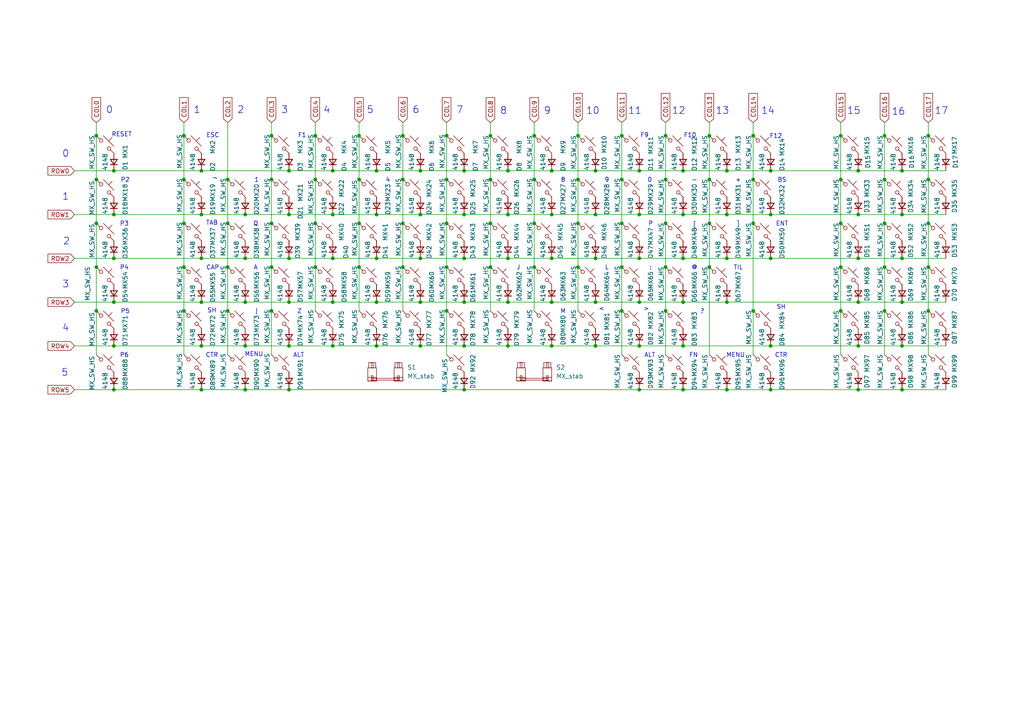
<source format=kicad_sch>
(kicad_sch (version 20231120) (generator "eeschema") (generator_version "8.0")
  (paper "A4")
  (title_block (title "Mioke80 Keyboard  QMK") (date "2024-07-25") (rev "1.0") (company "Michaelo O'Toole") (comment 1 "Open Source Hardware") (comment 2 "MX Keys"))
  (junction (at 53.34 52.07))
  (junction (at 104.14 77.47))
  (junction (at 71.12 113.03))
  (junction (at 53.34 77.47))
  (junction (at 180.34 52.07))
  (junction (at 121.92 49.53))
  (junction (at 33.02 62.23))
  (junction (at 121.92 62.23))
  (junction (at 91.44 39.37))
  (junction (at 129.54 90.17))
  (junction (at 109.22 62.23))
  (junction (at 218.44 90.17))
  (junction (at 78.74 52.07))
  (junction (at 167.64 77.47))
  (junction (at 109.22 87.63))
  (junction (at 160.02 62.23))
  (junction (at 71.12 100.33))
  (junction (at 58.42 87.63))
  (junction (at 261.62 87.63))
  (junction (at 193.04 77.47))
  (junction (at 198.12 49.53))
  (junction (at 218.44 52.07))
  (junction (at 78.74 39.37))
  (junction (at 78.74 77.47))
  (junction (at 193.04 39.37))
  (junction (at 269.24 39.37))
  (junction (at 198.12 100.33))
  (junction (at 205.74 39.37))
  (junction (at 129.54 64.77))
  (junction (at 83.82 100.33))
  (junction (at 134.62 74.93))
  (junction (at 96.52 74.93))
  (junction (at 154.94 64.77))
  (junction (at 261.62 49.53))
  (junction (at 58.42 49.53))
  (junction (at 185.42 49.53))
  (junction (at 33.02 100.33))
  (junction (at 134.62 87.63))
  (junction (at 248.92 100.33))
  (junction (at 116.84 77.47))
  (junction (at 160.02 87.63))
  (junction (at 223.52 74.93))
  (junction (at 109.22 74.93))
  (junction (at 210.82 49.53))
  (junction (at 167.64 52.07))
  (junction (at 167.64 39.37))
  (junction (at 248.92 87.63))
  (junction (at 104.14 52.07))
  (junction (at 104.14 64.77))
  (junction (at 218.44 39.37))
  (junction (at 256.54 77.47))
  (junction (at 243.84 64.77))
  (junction (at 27.94 64.77))
  (junction (at 83.82 62.23))
  (junction (at 147.32 87.63))
  (junction (at 58.42 62.23))
  (junction (at 218.44 64.77))
  (junction (at 66.04 52.07))
  (junction (at 66.04 90.17))
  (junction (at 142.24 64.77))
  (junction (at 116.84 64.77))
  (junction (at 104.14 39.37))
  (junction (at 83.82 113.03))
  (junction (at 172.72 62.23))
  (junction (at 83.82 74.93))
  (junction (at 154.94 77.47))
  (junction (at 248.92 62.23))
  (junction (at 248.92 49.53))
  (junction (at 147.32 100.33))
  (junction (at 53.34 64.77))
  (junction (at 33.02 113.03))
  (junction (at 154.94 52.07))
  (junction (at 27.94 39.37))
  (junction (at 83.82 87.63))
  (junction (at 256.54 64.77))
  (junction (at 261.62 74.93))
  (junction (at 134.62 62.23))
  (junction (at 172.72 49.53))
  (junction (at 109.22 49.53))
  (junction (at 223.52 62.23))
  (junction (at 27.94 90.17))
  (junction (at 172.72 87.63))
  (junction (at 142.24 39.37))
  (junction (at 109.22 100.33))
  (junction (at 78.74 64.77))
  (junction (at 256.54 39.37))
  (junction (at 96.52 87.63))
  (junction (at 121.92 74.93))
  (junction (at 256.54 90.17))
  (junction (at 83.82 49.53))
  (junction (at 33.02 49.53))
  (junction (at 180.34 39.37))
  (junction (at 147.32 74.93))
  (junction (at 142.24 52.07))
  (junction (at 172.72 74.93))
  (junction (at 121.92 100.33))
  (junction (at 180.34 77.47))
  (junction (at 53.34 90.17))
  (junction (at 193.04 64.77))
  (junction (at 261.62 113.03))
  (junction (at 58.42 113.03))
  (junction (at 185.42 74.93))
  (junction (at 223.52 113.03))
  (junction (at 134.62 100.33))
  (junction (at 256.54 52.07))
  (junction (at 160.02 49.53))
  (junction (at 185.42 100.33))
  (junction (at 96.52 62.23))
  (junction (at 210.82 62.23))
  (junction (at 269.24 90.17))
  (junction (at 223.52 100.33))
  (junction (at 261.62 100.33))
  (junction (at 66.04 77.47))
  (junction (at 134.62 49.53))
  (junction (at 193.04 90.17))
  (junction (at 129.54 39.37))
  (junction (at 185.42 87.63))
  (junction (at 248.92 113.03))
  (junction (at 71.12 87.63))
  (junction (at 243.84 77.47))
  (junction (at 198.12 74.93))
  (junction (at 269.24 52.07))
  (junction (at 58.42 74.93))
  (junction (at 58.42 100.33))
  (junction (at 180.34 64.77))
  (junction (at 134.62 113.03))
  (junction (at 71.12 62.23))
  (junction (at 91.44 52.07))
  (junction (at 248.92 74.93))
  (junction (at 147.32 62.23))
  (junction (at 96.52 100.33))
  (junction (at 154.94 39.37))
  (junction (at 205.74 52.07))
  (junction (at 142.24 77.47))
  (junction (at 91.44 77.47))
  (junction (at 269.24 77.47))
  (junction (at 243.84 52.07))
  (junction (at 71.12 74.93))
  (junction (at 210.82 113.03))
  (junction (at 198.12 87.63))
  (junction (at 78.74 90.17))
  (junction (at 147.32 49.53))
  (junction (at 180.34 90.17))
  (junction (at 129.54 52.07))
  (junction (at 160.02 74.93))
  (junction (at 129.54 77.47))
  (junction (at 167.64 64.77))
  (junction (at 198.12 62.23))
  (junction (at 33.02 87.63))
  (junction (at 96.52 49.53))
  (junction (at 223.52 49.53))
  (junction (at 261.62 62.23))
  (junction (at 33.02 74.93))
  (junction (at 27.94 77.47))
  (junction (at 27.94 52.07))
  (junction (at 269.24 64.77))
  (junction (at 172.72 100.33))
  (junction (at 243.84 39.37))
  (junction (at 210.82 87.63))
  (junction (at 205.74 77.47))
  (junction (at 243.84 90.17))
  (junction (at 210.82 74.93))
  (junction (at 121.92 87.63))
  (junction (at 53.34 39.37))
  (junction (at 116.84 39.37))
  (junction (at 66.04 64.77))
  (junction (at 160.02 100.33))
  (junction (at 91.44 64.77))
  (junction (at 205.74 64.77))
  (junction (at 198.12 113.03))
  (junction (at 193.04 52.07))
  (junction (at 116.84 52.07))
  (junction (at 185.42 62.23))
  (junction (at 185.42 113.03))
  (wire (pts (xy 116.84 52.07) (xy 116.84 64.77)))
  (wire (pts (xy 58.42 62.23) (xy 71.12 62.23)))
  (wire (pts (xy 71.12 113.03) (xy 83.82 113.03)))
  (wire (pts (xy 223.52 113.03) (xy 248.92 113.03)))
  (wire (pts (xy 193.04 35.56) (xy 193.04 39.37)))
  (wire (pts (xy 147.32 49.53) (xy 160.02 49.53)))
  (wire (pts (xy 71.12 87.63) (xy 83.82 87.63)))
  (wire (pts (xy 180.34 64.77) (xy 180.34 77.47)))
  (wire (pts (xy 261.62 74.93) (xy 274.32 74.93)))
  (wire (pts (xy 223.52 74.93) (xy 248.92 74.93)))
  (wire (pts (xy 205.74 77.47) (xy 205.74 102.87)))
  (wire (pts (xy 104.14 35.56) (xy 104.14 39.37)))
  (wire (pts (xy 121.92 74.93) (xy 134.62 74.93)))
  (wire (pts (xy 58.42 87.63) (xy 71.12 87.63)))
  (wire (pts (xy 21.59 62.23) (xy 33.02 62.23)))
  (wire (pts (xy 33.02 113.03) (xy 58.42 113.03)))
  (wire (pts (xy 27.94 77.47) (xy 27.94 90.17)))
  (wire (pts (xy 243.84 64.77) (xy 243.84 77.47)))
  (wire (pts (xy 256.54 90.17) (xy 256.54 102.87)))
  (wire (pts (xy 121.92 62.23) (xy 134.62 62.23)))
  (wire (pts (xy 53.34 35.56) (xy 53.34 39.37)))
  (wire (pts (xy 83.82 62.23) (xy 96.52 62.23)))
  (wire (pts (xy 91.44 35.56) (xy 91.44 39.37)))
  (wire (pts (xy 256.54 64.77) (xy 256.54 77.47)))
  (wire (pts (xy 269.24 39.37) (xy 269.24 52.07)))
  (wire (pts (xy 185.42 100.33) (xy 198.12 100.33)))
  (wire (pts (xy 134.62 87.63) (xy 147.32 87.63)))
  (wire (pts (xy 83.82 74.93) (xy 96.52 74.93)))
  (wire (pts (xy 71.12 62.23) (xy 83.82 62.23)))
  (wire (pts (xy 154.94 35.56) (xy 154.94 39.37)))
  (wire (pts (xy 142.24 35.56) (xy 142.24 39.37)))
  (wire (pts (xy 193.04 90.17) (xy 193.04 102.87)))
  (wire (pts (xy 109.22 62.23) (xy 121.92 62.23)))
  (wire (pts (xy 121.92 49.53) (xy 134.62 49.53)))
  (wire (pts (xy 91.44 52.07) (xy 91.44 64.77)))
  (wire (pts (xy 66.04 77.47) (xy 66.04 90.17)))
  (wire (pts (xy 129.54 64.77) (xy 129.54 77.47)))
  (wire (pts (xy 218.44 52.07) (xy 218.44 64.77)))
  (wire (pts (xy 223.52 49.53) (xy 248.92 49.53)))
  (wire (pts (xy 256.54 35.56) (xy 256.54 39.37)))
  (wire (pts (xy 243.84 35.56) (xy 243.84 39.37)))
  (wire (pts (xy 185.42 87.63) (xy 198.12 87.63)))
  (wire (pts (xy 66.04 64.77) (xy 66.04 77.47)))
  (wire (pts (xy 172.72 74.93) (xy 185.42 74.93)))
  (wire (pts (xy 78.74 39.37) (xy 78.74 52.07)))
  (wire (pts (xy 129.54 90.17) (xy 129.54 102.87)))
  (wire (pts (xy 78.74 90.17) (xy 78.74 102.87)))
  (wire (pts (xy 154.94 52.07) (xy 154.94 64.77)))
  (wire (pts (xy 269.24 64.77) (xy 269.24 77.47)))
  (wire (pts (xy 83.82 87.63) (xy 96.52 87.63)))
  (wire (pts (xy 104.14 52.07) (xy 104.14 64.77)))
  (wire (pts (xy 27.94 64.77) (xy 27.94 77.47)))
  (wire (pts (xy 210.82 74.93) (xy 223.52 74.93)))
  (wire (pts (xy 223.52 62.23) (xy 248.92 62.23)))
  (wire (pts (xy 27.94 52.07) (xy 27.94 64.77)))
  (wire (pts (xy 198.12 62.23) (xy 210.82 62.23)))
  (wire (pts (xy 21.59 87.63) (xy 33.02 87.63)))
  (wire (pts (xy 180.34 90.17) (xy 180.34 102.87)))
  (wire (pts (xy 58.42 100.33) (xy 71.12 100.33)))
  (wire (pts (xy 147.32 74.93) (xy 160.02 74.93)))
  (wire (pts (xy 109.22 87.63) (xy 121.92 87.63)))
  (wire (pts (xy 172.72 87.63) (xy 185.42 87.63)))
  (wire (pts (xy 205.74 52.07) (xy 205.74 64.77)))
  (wire (pts (xy 91.44 64.77) (xy 91.44 77.47)))
  (wire (pts (xy 104.14 77.47) (xy 104.14 90.17)))
  (wire (pts (xy 53.34 90.17) (xy 53.34 102.87)))
  (wire (pts (xy 27.94 39.37) (xy 27.94 52.07)))
  (wire (pts (xy 96.52 49.53) (xy 109.22 49.53)))
  (wire (pts (xy 121.92 87.63) (xy 134.62 87.63)))
  (wire (pts (xy 248.92 100.33) (xy 261.62 100.33)))
  (wire (pts (xy 154.94 39.37) (xy 154.94 52.07)))
  (wire (pts (xy 71.12 74.93) (xy 83.82 74.93)))
  (wire (pts (xy 142.24 64.77) (xy 142.24 77.47)))
  (wire (pts (xy 27.94 90.17) (xy 27.94 102.87)))
  (wire (pts (xy 256.54 77.47) (xy 256.54 90.17)))
  (wire (pts (xy 193.04 64.77) (xy 193.04 77.47)))
  (wire (pts (xy 261.62 113.03) (xy 274.32 113.03)))
  (wire (pts (xy 154.94 77.47) (xy 154.94 90.17)))
  (wire (pts (xy 71.12 100.33) (xy 83.82 100.33)))
  (wire (pts (xy 160.02 74.93) (xy 172.72 74.93)))
  (wire (pts (xy 58.42 74.93) (xy 71.12 74.93)))
  (wire (pts (xy 91.44 39.37) (xy 91.44 52.07)))
  (wire (pts (xy 83.82 100.33) (xy 96.52 100.33)))
  (wire (pts (xy 147.32 100.33) (xy 160.02 100.33)))
  (wire (pts (xy 185.42 49.53) (xy 198.12 49.53)))
  (wire (pts (xy 243.84 39.37) (xy 243.84 52.07)))
  (wire (pts (xy 218.44 35.56) (xy 218.44 39.37)))
  (wire (pts (xy 172.72 100.33) (xy 185.42 100.33)))
  (wire (pts (xy 172.72 62.23) (xy 185.42 62.23)))
  (wire (pts (xy 167.64 52.07) (xy 167.64 64.77)))
  (wire (pts (xy 53.34 64.77) (xy 53.34 77.47)))
  (wire (pts (xy 198.12 49.53) (xy 210.82 49.53)))
  (wire (pts (xy 243.84 77.47) (xy 243.84 90.17)))
  (wire (pts (xy 116.84 64.77) (xy 116.84 77.47)))
  (wire (pts (xy 21.59 113.03) (xy 33.02 113.03)))
  (wire (pts (xy 167.64 39.37) (xy 167.64 52.07)))
  (wire (pts (xy 180.34 39.37) (xy 180.34 52.07)))
  (wire (pts (xy 129.54 52.07) (xy 129.54 64.77)))
  (wire (pts (xy 96.52 62.23) (xy 109.22 62.23)))
  (wire (pts (xy 142.24 52.07) (xy 142.24 64.77)))
  (wire (pts (xy 210.82 113.03) (xy 223.52 113.03)))
  (wire (pts (xy 160.02 87.63) (xy 172.72 87.63)))
  (wire (pts (xy 33.02 74.93) (xy 58.42 74.93)))
  (wire (pts (xy 83.82 49.53) (xy 96.52 49.53)))
  (wire (pts (xy 160.02 49.53) (xy 172.72 49.53)))
  (wire (pts (xy 261.62 49.53) (xy 274.32 49.53)))
  (wire (pts (xy 83.82 113.03) (xy 134.62 113.03)))
  (wire (pts (xy 66.04 35.56) (xy 66.04 52.07)))
  (wire (pts (xy 172.72 49.53) (xy 185.42 49.53)))
  (wire (pts (xy 218.44 90.17) (xy 218.44 102.87)))
  (wire (pts (xy 116.84 39.37) (xy 116.84 52.07)))
  (wire (pts (xy 142.24 77.47) (xy 142.24 90.17)))
  (wire (pts (xy 248.92 49.53) (xy 261.62 49.53)))
  (wire (pts (xy 21.59 100.33) (xy 33.02 100.33)))
  (wire (pts (xy 96.52 74.93) (xy 109.22 74.93)))
  (wire (pts (xy 142.24 39.37) (xy 142.24 52.07)))
  (wire (pts (xy 116.84 77.47) (xy 116.84 90.17)))
  (wire (pts (xy 269.24 90.17) (xy 269.24 102.87)))
  (wire (pts (xy 109.22 74.93) (xy 121.92 74.93)))
  (wire (pts (xy 198.12 87.63) (xy 210.82 87.63)))
  (wire (pts (xy 210.82 49.53) (xy 223.52 49.53)))
  (wire (pts (xy 33.02 100.33) (xy 58.42 100.33)))
  (wire (pts (xy 58.42 113.03) (xy 71.12 113.03)))
  (wire (pts (xy 66.04 52.07) (xy 66.04 64.77)))
  (wire (pts (xy 78.74 35.56) (xy 78.74 39.37)))
  (wire (pts (xy 198.12 100.33) (xy 223.52 100.33)))
  (wire (pts (xy 193.04 52.07) (xy 193.04 64.77)))
  (wire (pts (xy 248.92 74.93) (xy 261.62 74.93)))
  (wire (pts (xy 243.84 52.07) (xy 243.84 64.77)))
  (wire (pts (xy 53.34 77.47) (xy 53.34 90.17)))
  (wire (pts (xy 129.54 35.56) (xy 129.54 39.37)))
  (wire (pts (xy 53.34 39.37) (xy 53.34 52.07)))
  (wire (pts (xy 248.92 62.23) (xy 261.62 62.23)))
  (wire (pts (xy 78.74 64.77) (xy 78.74 77.47)))
  (wire (pts (xy 33.02 87.63) (xy 58.42 87.63)))
  (wire (pts (xy 210.82 62.23) (xy 223.52 62.23)))
  (wire (pts (xy 167.64 64.77) (xy 167.64 77.47)))
  (wire (pts (xy 147.32 62.23) (xy 160.02 62.23)))
  (wire (pts (xy 193.04 77.47) (xy 193.04 90.17)))
  (wire (pts (xy 96.52 87.63) (xy 109.22 87.63)))
  (wire (pts (xy 134.62 74.93) (xy 147.32 74.93)))
  (wire (pts (xy 223.52 100.33) (xy 248.92 100.33)))
  (wire (pts (xy 129.54 77.47) (xy 129.54 90.17)))
  (wire (pts (xy 269.24 77.47) (xy 269.24 90.17)))
  (wire (pts (xy 167.64 35.56) (xy 167.64 39.37)))
  (wire (pts (xy 121.92 100.33) (xy 134.62 100.33)))
  (wire (pts (xy 91.44 77.47) (xy 91.44 90.17)))
  (wire (pts (xy 248.92 113.03) (xy 261.62 113.03)))
  (wire (pts (xy 261.62 62.23) (xy 274.32 62.23)))
  (wire (pts (xy 78.74 77.47) (xy 78.74 90.17)))
  (wire (pts (xy 109.22 100.33) (xy 121.92 100.33)))
  (wire (pts (xy 134.62 49.53) (xy 147.32 49.53)))
  (wire (pts (xy 134.62 62.23) (xy 147.32 62.23)))
  (wire (pts (xy 58.42 49.53) (xy 83.82 49.53)))
  (wire (pts (xy 218.44 64.77) (xy 218.44 90.17)))
  (wire (pts (xy 21.59 49.53) (xy 33.02 49.53)))
  (wire (pts (xy 154.94 64.77) (xy 154.94 77.47)))
  (wire (pts (xy 269.24 35.56) (xy 269.24 39.37)))
  (wire (pts (xy 193.04 39.37) (xy 193.04 52.07)))
  (wire (pts (xy 104.14 39.37) (xy 104.14 52.07)))
  (wire (pts (xy 256.54 52.07) (xy 256.54 64.77)))
  (wire (pts (xy 198.12 113.03) (xy 210.82 113.03)))
  (wire (pts (xy 33.02 49.53) (xy 58.42 49.53)))
  (wire (pts (xy 205.74 64.77) (xy 205.74 77.47)))
  (wire (pts (xy 205.74 35.56) (xy 205.74 39.37)))
  (wire (pts (xy 218.44 39.37) (xy 218.44 52.07)))
  (wire (pts (xy 66.04 90.17) (xy 66.04 102.87)))
  (wire (pts (xy 33.02 62.23) (xy 58.42 62.23)))
  (wire (pts (xy 27.94 35.56) (xy 27.94 39.37)))
  (wire (pts (xy 256.54 39.37) (xy 256.54 52.07)))
  (wire (pts (xy 109.22 49.53) (xy 121.92 49.53)))
  (wire (pts (xy 104.14 64.77) (xy 104.14 77.47)))
  (wire (pts (xy 21.59 74.93) (xy 33.02 74.93)))
  (wire (pts (xy 134.62 113.03) (xy 185.42 113.03)))
  (wire (pts (xy 261.62 87.63) (xy 274.32 87.63)))
  (wire (pts (xy 269.24 52.07) (xy 269.24 64.77)))
  (wire (pts (xy 160.02 100.33) (xy 172.72 100.33)))
  (wire (pts (xy 134.62 100.33) (xy 147.32 100.33)))
  (wire (pts (xy 180.34 35.56) (xy 180.34 39.37)))
  (wire (pts (xy 180.34 52.07) (xy 180.34 64.77)))
  (wire (pts (xy 185.42 74.93) (xy 198.12 74.93)))
  (wire (pts (xy 147.32 87.63) (xy 160.02 87.63)))
  (wire (pts (xy 248.92 87.63) (xy 261.62 87.63)))
  (wire (pts (xy 243.84 90.17) (xy 243.84 102.87)))
  (wire (pts (xy 185.42 113.03) (xy 198.12 113.03)))
  (wire (pts (xy 198.12 74.93) (xy 210.82 74.93)))
  (wire (pts (xy 210.82 87.63) (xy 248.92 87.63)))
  (wire (pts (xy 78.74 52.07) (xy 78.74 64.77)))
  (wire (pts (xy 261.62 100.33) (xy 274.32 100.33)))
  (wire (pts (xy 160.02 62.23) (xy 172.72 62.23)))
  (wire (pts (xy 96.52 100.33) (xy 109.22 100.33)))
  (wire (pts (xy 205.74 39.37) (xy 205.74 52.07)))
  (wire (pts (xy 185.42 62.23) (xy 198.12 62.23)))
  (wire (pts (xy 116.84 35.56) (xy 116.84 39.37)))
  (wire (pts (xy 167.64 77.47) (xy 167.64 90.17)))
  (wire (pts (xy 180.34 77.47) (xy 180.34 90.17)))
  (wire (pts (xy 129.54 39.37) (xy 129.54 52.07)))
  (wire (pts (xy 53.34 52.07) (xy 53.34 64.77)))
  (text "+" (at 214.122 52.324 0) (effects (font (size 1.27 1.27))))
  (text "@" (at 201.422 77.47 0) (effects (font (size 1.27 1.27))))
  (text "12" (at 196.85 32.258 0) (effects (font (size 2 2))))
  (text "7" (at 133.35 32.004 0) (effects (font (size 2 2))))
  (text "[" (at 201.422 65.278 0) (effects (font (size 1.27 1.27))))
  (text "4" (at 19.05 95.25 0) (effects (font (size 2 2))))
  (text "TAB" (at 61.468 64.77 0) (effects (font (size 1.27 1.27))))
  (text "-" (at 201.422 52.324 0) (effects (font (size 1.27 1.27))))
  (text "A" (at 74.168 77.724 0) (effects (font (size 1.27 1.27))))
  (text "L" (at 176.022 77.724 0) (effects (font (size 1.27 1.27))))
  (text "SH" (at 61.468 90.17 0) (effects (font (size 1.27 1.27))))
  (text "2" (at 69.85 32.004 0) (effects (font (size 2 2))))
  (text "P4" (at 36.068 77.724 0) (effects (font (size 1.27 1.27))))
  (text "11" (at 184.15 32.258 0) (effects (font (size 2 2))))
  (text "Z" (at 86.868 90.424 0) (effects (font (size 1.27 1.27))))
  (text "13" (at 209.55 32.258 0) (effects (font (size 2 2))))
  (text "~" (at 213.868 77.47 0) (effects (font (size 1.27 1.27))))
  (text "1" (at 57.15 32.004 0) (effects (font (size 2 2))))
  (text "J" (at 150.368 77.724 0) (effects (font (size 1.27 1.27))))
  (text "3" (at 82.55 32.004 0) (effects (font (size 2 2))))
  (text "Q" (at 74.168 65.024 0) (effects (font (size 1.27 1.27))))
  (text ">" (at 187.452 89.662 0) (effects (font (size 1.27 1.27))))
  (text "ALT" (at 86.614 103.124 0) (effects (font (size 1.27 1.27))))
  (text "8" (at 163.322 52.324 0) (effects (font (size 1.27 1.27))))
  (text "F12" (at 225.044 39.624 0) (effects (font (size 1.27 1.27))))
  (text "P5" (at 36.322 90.424 0) (effects (font (size 1.27 1.27))))
  (text "1" (at 74.422 52.324 0) (effects (font (size 1.27 1.27))))
  (text "0" (at 188.468 52.324 0) (effects (font (size 1.27 1.27))))
  (text "9" (at 176.022 52.324 0) (effects (font (size 1.27 1.27))))
  (text "16" (at 260.604 32.512 0) (effects (font (size 2 2))))
  (text "F1" (at 87.63 39.37 0) (effects (font (size 1.27 1.27))))
  (text "10" (at 171.958 32.258 0) (effects (font (size 2 2))))
  (text "<" (at 174.498 89.662 0) (effects (font (size 1.27 1.27))))
  (text "5" (at 18.796 108.204 0) (effects (font (size 2 2))))
  (text "¬" (at 62.23 51.816 0) (effects (font (size 1.27 1.27))))
  (text "0" (at 31.75 32.004 0) (effects (font (size 2 2))))
  (text "F10" (at 200.152 39.37 0) (effects (font (size 1.27 1.27))))
  (text "]" (at 214.122 65.024 0) (effects (font (size 1.27 1.27))))
  (text "P3" (at 36.068 65.024 0) (effects (font (size 1.27 1.27))))
  (text "3" (at 19.05 82.55 0) (effects (font (size 2 2))))
  (text "RESET" (at 35.306 39.116 0) (effects (font (size 1.27 1.27))))
  (text "2" (at 19.304 70.104 0) (effects (font (size 2 2))))
  (text "ALT" (at 188.468 103.124 0) (effects (font (size 1.27 1.27))))
  (text "CTR" (at 61.468 103.124 0) (effects (font (size 1.27 1.27))))
  (text "14" (at 222.758 32.258 0) (effects (font (size 2 2))))
  (text ":" (at 188.722 77.724 0) (effects (font (size 1.27 1.27))))
  (text "|" (at 74.422 90.424 0) (effects (font (size 1.27 1.27))))
  (text "CAP" (at 61.722 77.724 0) (effects (font (size 1.27 1.27))))
  (text "9" (at 158.75 32.258 0) (effects (font (size 2 2))))
  (text "SH" (at 226.568 89.154 0) (effects (font (size 1.27 1.27))))
  (text "P2" (at 36.322 52.324 0) (effects (font (size 1.27 1.27))))
  (text "M" (at 163.322 90.424 0) (effects (font (size 1.27 1.27))))
  (text "F9" (at 186.944 39.37 0) (effects (font (size 1.27 1.27))))
  (text "ENT" (at 226.822 65.024 0) (effects (font (size 1.27 1.27))))
  (text "CTR" (at 226.568 103.124 0) (effects (font (size 1.27 1.27))))
  (text "TIL" (at 214.122 77.724 0) (effects (font (size 1.27 1.27))))
  (text "FN" (at 201.168 103.124 0) (effects (font (size 1.27 1.27))))
  (text "~" (at 214.122 77.47 0) (effects (font (size 1.27 1.27))))
  (text "4       5" (at 101.092 32.004 0) (effects (font (size 2 2))))
  (text "BS" (at 226.822 52.324 0) (effects (font (size 1.27 1.27))))
  (text "P6" (at 36.068 103.124 0) (effects (font (size 1.27 1.27))))
  (text "ESC" (at 61.722 39.37 0) (effects (font (size 1.27 1.27))))
  (text "17" (at 273.05 32.258 0) (effects (font (size 2 2))))
  (text "6" (at 120.65 32.004 0) (effects (font (size 2 2))))
  (text "MENU" (at 213.36 103.124 0) (effects (font (size 1.27 1.27))))
  (text "?" (at 203.708 90.424 0) (effects (font (size 1.27 1.27))))
  (text "8" (at 146.05 32.258 0) (effects (font (size 2 2))))
  (text "P" (at 188.722 65.024 0) (effects (font (size 1.27 1.27))))
  (text "0" (at 19.05 44.704 0) (effects (font (size 2 2))))
  (text "15" (at 247.65 32.258 0) (effects (font (size 2 2))))
  (text "4" (at 112.522 52.324 0) (effects (font (size 1.27 1.27))))
  (text "MENU" (at 73.66 102.87 0) (effects (font (size 1.27 1.27))))
  (text "1" (at 19.05 57.15 0) (effects (font (size 2 2))))
  (global_label "COL5" (shape input) (at 104.14 35.56 90) (property "Intersheetrefs" "${INTERSHEET_REFS}" (effects (hide yes))))
  (global_label "COL6" (shape input) (at 116.84 35.56 90) (property "Intersheetrefs" "${INTERSHEET_REFS}" (effects (hide yes))))
  (global_label "COL0" (shape input) (at 27.94 35.56 90) (property "Intersheetrefs" "${INTERSHEET_REFS}" (effects (hide yes))))
  (global_label "COL17" (shape input) (at 269.24 35.56 90) (property "Intersheetrefs" "${INTERSHEET_REFS}" (effects (hide yes))))
  (global_label "COL4" (shape input) (at 91.44 35.56 90) (property "Intersheetrefs" "${INTERSHEET_REFS}" (effects (hide yes))))
  (global_label "ROW2" (shape input) (at 21.59 74.93 180) (property "Intersheetrefs" "${INTERSHEET_REFS}" (effects (hide yes))))
  (global_label "COL9" (shape input) (at 154.94 35.56 90) (property "Intersheetrefs" "${INTERSHEET_REFS}" (effects (hide yes))))
  (global_label "ROW4" (shape input) (at 21.59 100.33 180) (property "Intersheetrefs" "${INTERSHEET_REFS}" (effects (hide yes))))
  (global_label "COL1" (shape input) (at 53.34 35.56 90) (property "Intersheetrefs" "${INTERSHEET_REFS}" (effects (hide yes))))
  (global_label "ROW5" (shape input) (at 21.59 113.03 180) (property "Intersheetrefs" "${INTERSHEET_REFS}" (effects (hide yes))))
  (global_label "COL3" (shape input) (at 78.74 35.56 90) (property "Intersheetrefs" "${INTERSHEET_REFS}" (effects (hide yes))))
  (global_label "ROW3" (shape input) (at 21.59 87.63 180) (property "Intersheetrefs" "${INTERSHEET_REFS}" (effects (hide yes))))
  (global_label "COL15" (shape input) (at 243.84 35.56 90) (property "Intersheetrefs" "${INTERSHEET_REFS}" (effects (hide yes))))
  (global_label "COL13" (shape input) (at 205.74 35.56 90) (property "Intersheetrefs" "${INTERSHEET_REFS}" (effects (hide yes))))
  (global_label "COL12" (shape input) (at 193.04 35.56 90) (property "Intersheetrefs" "${INTERSHEET_REFS}" (effects (hide yes))))
  (global_label "ROW1" (shape input) (at 21.59 62.23 180) (property "Intersheetrefs" "${INTERSHEET_REFS}" (effects (hide yes))))
  (global_label "COL16" (shape input) (at 256.54 35.56 90) (property "Intersheetrefs" "${INTERSHEET_REFS}" (effects (hide yes))))
  (global_label "COL11" (shape input) (at 180.34 35.56 90) (property "Intersheetrefs" "${INTERSHEET_REFS}" (effects (hide yes))))
  (global_label "COL14" (shape input) (at 218.44 35.56 90) (property "Intersheetrefs" "${INTERSHEET_REFS}" (effects (hide yes))))
  (global_label "ROW0" (shape input) (at 21.59 49.53 180) (property "Intersheetrefs" "${INTERSHEET_REFS}" (effects (hide yes))))
  (global_label "COL7" (shape input) (at 129.54 35.56 90) (property "Intersheetrefs" "${INTERSHEET_REFS}" (effects (hide yes))))
  (global_label "COL8" (shape input) (at 142.24 35.56 90) (property "Intersheetrefs" "${INTERSHEET_REFS}" (effects (hide yes))))
  (global_label "COL10" (shape input) (at 167.64 35.56 90) (property "Intersheetrefs" "${INTERSHEET_REFS}" (effects (hide yes))))
  (global_label "COL2" (shape input) (at 66.04 35.56 90) (property "Intersheetrefs" "${INTERSHEET_REFS}" (effects (hide yes))))
  (symbol (lib_id "Device:D_Small") (at 71.12 110.49 90) (unit 1)
    (property "Reference" "D90" (at 74.422 109.22 0) (effects (justify right)))
    (property "Value" "4148" (at 68.58 107.95 0) (effects (justify right)))
    (property "Footprint" "ScottoKeebs_Components:Diode_SOD-123" (effects (hide yes)))
    (property "Description" "Diode, small symbol" (effects (hide yes)))
    (property "Sim.Device" "D" (effects (hide yes)))
    (property "Sim.Pins" "1=K 2=A" (effects (hide yes)))
  )
  (symbol (lib_id "Device:D_Small") (at 121.92 46.99 90) (unit 1)
    (property "Reference" "D6" (at 125.222 46.99 0) (effects (justify right)))
    (property "Value" "4148" (at 119.38 44.45 0) (effects (justify right)))
    (property "Footprint" "ScottoKeebs_Components:Diode_SOD-123" (effects (hide yes)))
    (property "Description" "Diode, small symbol" (effects (hide yes)))
    (property "Sim.Device" "D" (effects (hide yes)))
    (property "Sim.Pins" "1=K 2=A" (effects (hide yes)))
  )
  (symbol (lib_id "marbastlib-mx:MX_SW_HS_CPG151101S11") (at 182.88 92.71 0) (unit 1)
    (property "Reference" "MX82" (at 188.722 92.964 90))
    (property "Value" "MX_SW_HS" (at 179.07 94.742 90))
    (property "Footprint" "marbastlib-mx:SW_MX_HS_CPG151101S11_1u" (effects (hide yes)))
    (property "Description" "Push button switch, normally open, two pins, 45° tilted, Kailh CPG151101S11 for Cherry MX style switches" (effects (hide yes)))
  )
  (symbol (lib_id "Device:D_Small") (at 172.72 46.99 90) (unit 1)
    (property "Reference" "D10" (at 175.26 45.466 0) (effects (justify right)))
    (property "Value" "4148" (at 170.18 44.45 0) (effects (justify right)))
    (property "Footprint" "ScottoKeebs_Components:Diode_SOD-123" (effects (hide yes)))
    (property "Description" "Diode, small symbol" (effects (hide yes)))
    (property "Sim.Device" "D" (effects (hide yes)))
    (property "Sim.Pins" "1=K 2=A" (effects (hide yes)))
  )
  (symbol (lib_id "Device:D_Small") (at 147.32 46.99 90) (unit 1)
    (property "Reference" "D8" (at 150.622 46.99 0) (effects (justify right)))
    (property "Value" "4148" (at 144.78 44.45 0) (effects (justify right)))
    (property "Footprint" "ScottoKeebs_Components:Diode_SOD-123" (effects (hide yes)))
    (property "Description" "Diode, small symbol" (effects (hide yes)))
    (property "Sim.Device" "D" (effects (hide yes)))
    (property "Sim.Pins" "1=K 2=A" (effects (hide yes)))
  )
  (symbol (lib_id "marbastlib-mx:MX_SW_HS_CPG151101S11") (at 68.58 92.71 0) (unit 1)
    (property "Reference" "MX73" (at 74.422 93.98 90))
    (property "Value" "MX_SW_HS" (at 64.77 94.742 90))
    (property "Footprint" "marbastlib-mx:SW_MX_HS_CPG151101S11_1u" (effects (hide yes)))
    (property "Description" "Push button switch, normally open, two pins, 45° tilted, Kailh CPG151101S11 for Cherry MX style switches" (effects (hide yes)))
  )
  (symbol (lib_id "Device:D_Small") (at 33.02 72.39 90) (unit 1)
    (property "Reference" "D36" (at 36.322 71.12 0) (effects (justify right)))
    (property "Value" "4148" (at 30.48 69.85 0) (effects (justify right)))
    (property "Footprint" "ScottoKeebs_Components:Diode_SOD-123" (effects (hide yes)))
    (property "Description" "Diode, small symbol" (effects (hide yes)))
    (property "Sim.Device" "D" (effects (hide yes)))
    (property "Sim.Pins" "1=K 2=A" (effects (hide yes)))
  )
  (symbol (lib_id "marbastlib-mx:MX_stab") (at 111.76 107.95 0) (unit 1)
    (property "Reference" "S1" (at 118.11 106.5529 0) (effects (justify left)))
    (property "Value" "MX_stab" (at 118.11 109.0929 0) (effects (justify left)))
    (property "Footprint" "ScottoKeebs_Stabilizer:Stabilizer_MX_6.25u" (effects (hide yes)))
    (property "Description" "Cherry MX-style stabilizer" (effects (hide yes)))
  )
  (symbol (lib_id "Device:D_Small") (at 147.32 59.69 90) (unit 1)
    (property "Reference" "D26" (at 149.86 58.42 0) (effects (justify right)))
    (property "Value" "4148" (at 144.78 57.15 0) (effects (justify right)))
    (property "Footprint" "ScottoKeebs_Components:Diode_SOD-123" (effects (hide yes)))
    (property "Description" "Diode, small symbol" (effects (hide yes)))
    (property "Sim.Device" "D" (effects (hide yes)))
    (property "Sim.Pins" "1=K 2=A" (effects (hide yes)))
  )
  (symbol (lib_id "marbastlib-mx:MX_SW_HS_CPG151101S11") (at 170.18 54.61 0) (unit 1)
    (property "Reference" "MX28" (at 176.022 55.88 90))
    (property "Value" "MX_SW_HS" (at 166.37 56.642 90))
    (property "Footprint" "marbastlib-mx:SW_MX_HS_CPG151101S11_1u" (effects (hide yes)))
    (property "Description" "Push button switch, normally open, two pins, 45° tilted, Kailh CPG151101S11 for Cherry MX style switches" (effects (hide yes)))
  )
  (symbol (lib_id "marbastlib-mx:MX_SW_HS_CPG151101S11") (at 106.68 92.71 0) (unit 1)
    (property "Reference" "MX76" (at 111.76 92.71 90))
    (property "Value" "MX_SW_HS" (at 102.87 94.742 90))
    (property "Footprint" "marbastlib-mx:SW_MX_HS_CPG151101S11_1u" (effects (hide yes)))
    (property "Description" "Push button switch, normally open, two pins, 45° tilted, Kailh CPG151101S11 for Cherry MX style switches" (effects (hide yes)))
  )
  (symbol (lib_id "Device:D_Small") (at 33.02 59.69 90) (unit 1)
    (property "Reference" "D18" (at 36.322 58.42 0) (effects (justify right)))
    (property "Value" "4148" (at 30.48 57.15 0) (effects (justify right)))
    (property "Footprint" "ScottoKeebs_Components:Diode_SOD-123" (effects (hide yes)))
    (property "Description" "Diode, small symbol" (effects (hide yes)))
    (property "Sim.Device" "D" (effects (hide yes)))
    (property "Sim.Pins" "1=K 2=A" (effects (hide yes)))
  )
  (symbol (lib_id "Device:D_Small") (at 274.32 110.49 90) (unit 1)
    (property "Reference" "D99" (at 276.86 108.712 0) (effects (justify right)))
    (property "Value" "4148" (at 271.78 107.95 0) (effects (justify right)))
    (property "Footprint" "ScottoKeebs_Components:Diode_SOD-123" (effects (hide yes)))
    (property "Description" "Diode, small symbol" (effects (hide yes)))
    (property "Sim.Device" "D" (effects (hide yes)))
    (property "Sim.Pins" "1=K 2=A" (effects (hide yes)))
  )
  (symbol (lib_id "marbastlib-mx:MX_SW_HS_CPG151101S11") (at 246.38 54.61 0) (unit 1)
    (property "Reference" "MX33" (at 251.46 54.61 90))
    (property "Value" "MX_SW_HS" (at 242.57 56.896 90))
    (property "Footprint" "marbastlib-mx:SW_MX_HS_CPG151101S11_1u" (effects (hide yes)))
    (property "Description" "Push button switch, normally open, two pins, 45° tilted, Kailh CPG151101S11 for Cherry MX style switches" (effects (hide yes)))
  )
  (symbol (lib_id "Device:D_Small") (at 96.52 85.09 90) (unit 1)
    (property "Reference" "D58" (at 99.822 83.82 0) (effects (justify right)))
    (property "Value" "4148" (at 93.98 82.55 0) (effects (justify right)))
    (property "Footprint" "ScottoKeebs_Components:Diode_SOD-123" (effects (hide yes)))
    (property "Description" "Diode, small symbol" (effects (hide yes)))
    (property "Sim.Device" "D" (effects (hide yes)))
    (property "Sim.Pins" "1=K 2=A" (effects (hide yes)))
  )
  (symbol (lib_id "marbastlib-mx:MX_SW_HS_CPG151101S11") (at 195.58 41.91 0) (unit 1)
    (property "Reference" "MX12" (at 201.422 42.164 90))
    (property "Value" "MX_SW_HS" (at 191.77 44.196 90))
    (property "Footprint" "marbastlib-mx:SW_MX_HS_CPG151101S11_1u" (effects (hide yes)))
    (property "Description" "Push button switch, normally open, two pins, 45° tilted, Kailh CPG151101S11 for Cherry MX style switches" (effects (hide yes)))
  )
  (symbol (lib_id "Device:D_Small") (at 248.92 46.99 90) (unit 1)
    (property "Reference" "D15" (at 251.714 44.958 0) (effects (justify right)))
    (property "Value" "4148" (at 246.38 44.45 0) (effects (justify right)))
    (property "Footprint" "ScottoKeebs_Components:Diode_SOD-123" (effects (hide yes)))
    (property "Description" "Diode, small symbol" (effects (hide yes)))
    (property "Sim.Device" "D" (effects (hide yes)))
    (property "Sim.Pins" "1=K 2=A" (effects (hide yes)))
  )
  (symbol (lib_id "marbastlib-mx:MX_SW_HS_CPG151101S11") (at 259.08 105.41 0) (unit 1)
    (property "Reference" "MX98" (at 264.16 105.41 90))
    (property "Value" "MX_SW_HS" (at 255.27 107.696 90))
    (property "Footprint" "marbastlib-mx:SW_MX_HS_CPG151101S11_1u" (effects (hide yes)))
    (property "Description" "Push button switch, normally open, two pins, 45° tilted, Kailh CPG151101S11 for Cherry MX style switches" (effects (hide yes)))
  )
  (symbol (lib_id "marbastlib-mx:MX_SW_HS_CPG151101S11") (at 132.08 80.01 0) (unit 1)
    (property "Reference" "MX61" (at 137.16 81.534 90))
    (property "Value" "MX_SW_HS" (at 128.27 82.042 90))
    (property "Footprint" "marbastlib-mx:SW_MX_HS_CPG151101S11_1u" (effects (hide yes)))
    (property "Description" "Push button switch, normally open, two pins, 45° tilted, Kailh CPG151101S11 for Cherry MX style switches" (effects (hide yes)))
  )
  (symbol (lib_id "marbastlib-mx:MX_SW_HS_CPG151101S11") (at 81.28 92.71 0) (unit 1)
    (property "Reference" "MX74" (at 87.122 93.98 90))
    (property "Value" "MX_SW_HS" (at 77.47 94.742 90))
    (property "Footprint" "marbastlib-mx:SW_MX_HS_CPG151101S11_1u" (effects (hide yes)))
    (property "Description" "Push button switch, normally open, two pins, 45° tilted, Kailh CPG151101S11 for Cherry MX style switches" (effects (hide yes)))
  )
  (symbol (lib_id "Device:D_Small") (at 261.62 85.09 90) (unit 1)
    (property "Reference" "D69" (at 264.16 83.566 0) (effects (justify right)))
    (property "Value" "4148" (at 259.08 82.55 0) (effects (justify right)))
    (property "Footprint" "ScottoKeebs_Components:Diode_SOD-123" (effects (hide yes)))
    (property "Description" "Diode, small symbol" (effects (hide yes)))
    (property "Sim.Device" "D" (effects (hide yes)))
    (property "Sim.Pins" "1=K 2=A" (effects (hide yes)))
  )
  (symbol (lib_id "marbastlib-mx:MX_SW_HS_CPG151101S11") (at 30.48 41.91 0) (unit 1)
    (property "Reference" "MX1" (at 36.322 43.942 90))
    (property "Value" "MX_SW_HS" (at 26.67 44.196 90))
    (property "Footprint" "marbastlib-mx:SW_MX_HS_CPG151101S11_1u" (effects (hide yes)))
    (property "Description" "Push button switch, normally open, two pins, 45° tilted, Kailh CPG151101S11 for Cherry MX style switches" (effects (hide yes)))
  )
  (symbol (lib_id "Device:D_Small") (at 210.82 110.49 90) (unit 1)
    (property "Reference" "D95" (at 214.122 109.22 0) (effects (justify right)))
    (property "Value" "4148" (at 208.28 107.95 0) (effects (justify right)))
    (property "Footprint" "ScottoKeebs_Components:Diode_SOD-123" (effects (hide yes)))
    (property "Description" "Diode, small symbol" (effects (hide yes)))
    (property "Sim.Device" "D" (effects (hide yes)))
    (property "Sim.Pins" "1=K 2=A" (effects (hide yes)))
  )
  (symbol (lib_id "Device:D_Small") (at 58.42 72.39 90) (unit 1)
    (property "Reference" "D37" (at 61.722 71.12 0) (effects (justify right)))
    (property "Value" "4148" (at 55.88 69.85 0) (effects (justify right)))
    (property "Footprint" "ScottoKeebs_Components:Diode_SOD-123" (effects (hide yes)))
    (property "Description" "Diode, small symbol" (effects (hide yes)))
    (property "Sim.Device" "D" (effects (hide yes)))
    (property "Sim.Pins" "1=K 2=A" (effects (hide yes)))
  )
  (symbol (lib_id "Device:D_Small") (at 172.72 85.09 90) (unit 1)
    (property "Reference" "D64" (at 176.022 83.566 0) (effects (justify right)))
    (property "Value" "4148" (at 170.18 82.55 0) (effects (justify right)))
    (property "Footprint" "ScottoKeebs_Components:Diode_SOD-123" (effects (hide yes)))
    (property "Description" "Diode, small symbol" (effects (hide yes)))
    (property "Sim.Device" "D" (effects (hide yes)))
    (property "Sim.Pins" "1=K 2=A" (effects (hide yes)))
  )
  (symbol (lib_id "marbastlib-mx:MX_SW_HS_CPG151101S11") (at 259.08 80.01 0) (unit 1)
    (property "Reference" "MX69" (at 264.16 80.01 90))
    (property "Value" "MX_SW_HS" (at 255.27 82.296 90))
    (property "Footprint" "marbastlib-mx:SW_MX_HS_CPG151101S11_1u" (effects (hide yes)))
    (property "Description" "Push button switch, normally open, two pins, 45° tilted, Kailh CPG151101S11 for Cherry MX style switches" (effects (hide yes)))
  )
  (symbol (lib_id "Device:D_Small") (at 109.22 85.09 90) (unit 1)
    (property "Reference" "D59" (at 112.522 83.82 0) (effects (justify right)))
    (property "Value" "4148" (at 106.68 82.55 0) (effects (justify right)))
    (property "Footprint" "ScottoKeebs_Components:Diode_SOD-123" (effects (hide yes)))
    (property "Description" "Diode, small symbol" (effects (hide yes)))
    (property "Sim.Device" "D" (effects (hide yes)))
    (property "Sim.Pins" "1=K 2=A" (effects (hide yes)))
  )
  (symbol (lib_id "marbastlib-mx:MX_SW_HS_CPG151101S11") (at 106.68 67.31 0) (unit 1)
    (property "Reference" "MX41" (at 111.76 67.31 90))
    (property "Value" "MX_SW_HS" (at 102.87 69.342 90))
    (property "Footprint" "marbastlib-mx:SW_MX_HS_CPG151101S11_1u" (effects (hide yes)))
    (property "Description" "Push button switch, normally open, two pins, 45° tilted, Kailh CPG151101S11 for Cherry MX style switches" (effects (hide yes)))
  )
  (symbol (lib_id "marbastlib-mx:MX_SW_HS_CPG151101S11") (at 182.88 41.91 0) (unit 1)
    (property "Reference" "MX11" (at 188.722 42.164 90))
    (property "Value" "MX_SW_HS" (at 179.07 44.196 90))
    (property "Footprint" "marbastlib-mx:SW_MX_HS_CPG151101S11_1u" (effects (hide yes)))
    (property "Description" "Push button switch, normally open, two pins, 45° tilted, Kailh CPG151101S11 for Cherry MX style switches" (effects (hide yes)))
  )
  (symbol (lib_id "marbastlib-mx:MX_SW_HS_CPG151101S11") (at 208.28 54.61 0) (unit 1)
    (property "Reference" "MX31" (at 214.122 55.88 90))
    (property "Value" "MX_SW_HS" (at 204.47 56.896 90))
    (property "Footprint" "marbastlib-mx:SW_MX_HS_CPG151101S11_1u" (effects (hide yes)))
    (property "Description" "Push button switch, normally open, two pins, 45° tilted, Kailh CPG151101S11 for Cherry MX style switches" (effects (hide yes)))
  )
  (symbol (lib_id "Device:D_Small") (at 134.62 59.69 90) (unit 1)
    (property "Reference" "D25" (at 137.16 58.42 0) (effects (justify right)))
    (property "Value" "4148" (at 132.08 57.15 0) (effects (justify right)))
    (property "Footprint" "ScottoKeebs_Components:Diode_SOD-123" (effects (hide yes)))
    (property "Description" "Diode, small symbol" (effects (hide yes)))
    (property "Sim.Device" "D" (effects (hide yes)))
    (property "Sim.Pins" "1=K 2=A" (effects (hide yes)))
  )
  (symbol (lib_id "Device:D_Small") (at 261.62 72.39 90) (unit 1)
    (property "Reference" "D52" (at 264.16 70.866 0) (effects (justify right)))
    (property "Value" "4148" (at 259.08 69.85 0) (effects (justify right)))
    (property "Footprint" "ScottoKeebs_Components:Diode_SOD-123" (effects (hide yes)))
    (property "Description" "Diode, small symbol" (effects (hide yes)))
    (property "Sim.Device" "D" (effects (hide yes)))
    (property "Sim.Pins" "1=K 2=A" (effects (hide yes)))
  )
  (symbol (lib_id "Device:D_Small") (at 58.42 97.79 90) (unit 1)
    (property "Reference" "D72" (at 61.722 96.52 0) (effects (justify right)))
    (property "Value" "4148" (at 55.88 95.25 0) (effects (justify right)))
    (property "Footprint" "ScottoKeebs_Components:Diode_SOD-123" (effects (hide yes)))
    (property "Description" "Diode, small symbol" (effects (hide yes)))
    (property "Sim.Device" "D" (effects (hide yes)))
    (property "Sim.Pins" "1=K 2=A" (effects (hide yes)))
  )
  (symbol (lib_id "Device:D_Small") (at 147.32 72.39 90) (unit 1)
    (property "Reference" "D44" (at 149.86 71.12 0) (effects (justify right)))
    (property "Value" "4148" (at 144.78 69.85 0) (effects (justify right)))
    (property "Footprint" "ScottoKeebs_Components:Diode_SOD-123" (effects (hide yes)))
    (property "Description" "Diode, small symbol" (effects (hide yes)))
    (property "Sim.Device" "D" (effects (hide yes)))
    (property "Sim.Pins" "1=K 2=A" (effects (hide yes)))
  )
  (symbol (lib_id "marbastlib-mx:MX_SW_HS_CPG151101S11") (at 246.38 41.91 0) (unit 1)
    (property "Reference" "MX15" (at 251.46 42.164 90))
    (property "Value" "MX_SW_HS" (at 242.57 44.196 90))
    (property "Footprint" "marbastlib-mx:SW_MX_HS_CPG151101S11_1u" (effects (hide yes)))
    (property "Description" "Push button switch, normally open, two pins, 45° tilted, Kailh CPG151101S11 for Cherry MX style switches" (effects (hide yes)))
  )
  (symbol (lib_id "marbastlib-mx:MX_stab") (at 154.94 107.95 0) (unit 1)
    (property "Reference" "S2" (at 161.29 106.5529 0) (effects (justify left)))
    (property "Value" "MX_stab" (at 161.29 109.0929 0) (effects (justify left)))
    (property "Footprint" "ScottoKeebs_Stabilizer:Stabilizer_MX_3.00u" (effects (hide yes)))
    (property "Description" "Cherry MX-style stabilizer" (effects (hide yes)))
  )
  (symbol (lib_id "marbastlib-mx:MX_SW_HS_CPG151101S11") (at 81.28 80.01 0) (unit 1)
    (property "Reference" "MX57" (at 87.122 81.28 90))
    (property "Value" "MX_SW_HS" (at 77.47 82.042 90))
    (property "Footprint" "marbastlib-mx:SW_MX_HS_CPG151101S11_1u" (effects (hide yes)))
    (property "Description" "Push button switch, normally open, two pins, 45° tilted, Kailh CPG151101S11 for Cherry MX style switches" (effects (hide yes)))
  )
  (symbol (lib_id "Device:D_Small") (at 223.52 97.79 90) (unit 1)
    (property "Reference" "D84" (at 226.822 96.52 0) (effects (justify right)))
    (property "Value" "4148" (at 220.98 95.25 0) (effects (justify right)))
    (property "Footprint" "ScottoKeebs_Components:Diode_SOD-123" (effects (hide yes)))
    (property "Description" "Diode, small symbol" (effects (hide yes)))
    (property "Sim.Device" "D" (effects (hide yes)))
    (property "Sim.Pins" "1=K 2=A" (effects (hide yes)))
  )
  (symbol (lib_id "marbastlib-mx:MX_SW_HS_CPG151101S11") (at 259.08 67.31 0) (unit 1)
    (property "Reference" "MX52" (at 264.16 67.31 90))
    (property "Value" "MX_SW_HS" (at 255.27 69.596 90))
    (property "Footprint" "marbastlib-mx:SW_MX_HS_CPG151101S11_1u" (effects (hide yes)))
    (property "Description" "Push button switch, normally open, two pins, 45° tilted, Kailh CPG151101S11 for Cherry MX style switches" (effects (hide yes)))
  )
  (symbol (lib_id "Device:D_Small") (at 185.42 59.69 90) (unit 1)
    (property "Reference" "D29" (at 188.722 58.42 0) (effects (justify right)))
    (property "Value" "4148" (at 182.88 57.15 0) (effects (justify right)))
    (property "Footprint" "ScottoKeebs_Components:Diode_SOD-123" (effects (hide yes)))
    (property "Description" "Diode, small symbol" (effects (hide yes)))
    (property "Sim.Device" "D" (effects (hide yes)))
    (property "Sim.Pins" "1=K 2=A" (effects (hide yes)))
  )
  (symbol (lib_id "Device:D_Small") (at 274.32 72.39 90) (unit 1)
    (property "Reference" "D53" (at 276.86 70.866 0) (effects (justify right)))
    (property "Value" "4148" (at 271.78 69.85 0) (effects (justify right)))
    (property "Footprint" "ScottoKeebs_Components:Diode_SOD-123" (effects (hide yes)))
    (property "Description" "Diode, small symbol" (effects (hide yes)))
    (property "Sim.Device" "D" (effects (hide yes)))
    (property "Sim.Pins" "1=K 2=A" (effects (hide yes)))
  )
  (symbol (lib_id "Device:D_Small") (at 160.02 46.99 90) (unit 1)
    (property "Reference" "D9" (at 163.322 46.99 0) (effects (justify right)))
    (property "Value" "4148" (at 157.48 44.45 0) (effects (justify right)))
    (property "Footprint" "ScottoKeebs_Components:Diode_SOD-123" (effects (hide yes)))
    (property "Description" "Diode, small symbol" (effects (hide yes)))
    (property "Sim.Device" "D" (effects (hide yes)))
    (property "Sim.Pins" "1=K 2=A" (effects (hide yes)))
  )
  (symbol (lib_id "marbastlib-mx:MX_SW_HS_CPG151101S11") (at 271.78 41.91 0) (unit 1)
    (property "Reference" "MX17" (at 276.86 42.164 90))
    (property "Value" "MX_SW_HS" (at 267.97 44.196 90))
    (property "Footprint" "marbastlib-mx:SW_MX_HS_CPG151101S11_1u" (effects (hide yes)))
    (property "Description" "Push button switch, normally open, two pins, 45° tilted, Kailh CPG151101S11 for Cherry MX style switches" (effects (hide yes)))
  )
  (symbol (lib_id "Device:D_Small") (at 185.42 110.49 90) (unit 1)
    (property "Reference" "D93" (at 188.722 108.966 0) (effects (justify right)))
    (property "Value" "4148" (at 182.88 107.95 0) (effects (justify right)))
    (property "Footprint" "ScottoKeebs_Components:Diode_SOD-123" (effects (hide yes)))
    (property "Description" "Diode, small symbol" (effects (hide yes)))
    (property "Sim.Device" "D" (effects (hide yes)))
    (property "Sim.Pins" "1=K 2=A" (effects (hide yes)))
  )
  (symbol (lib_id "marbastlib-mx:MX_SW_HS_CPG151101S11") (at 144.78 41.91 0) (unit 1)
    (property "Reference" "MX8" (at 150.622 42.672 90))
    (property "Value" "MX_SW_HS" (at 140.97 44.196 90))
    (property "Footprint" "marbastlib-mx:SW_MX_HS_CPG151101S11_1u" (effects (hide yes)))
    (property "Description" "Push button switch, normally open, two pins, 45° tilted, Kailh CPG151101S11 for Cherry MX style switches" (effects (hide yes)))
  )
  (symbol (lib_id "Device:D_Small") (at 160.02 97.79 90) (unit 1)
    (property "Reference" "D80" (at 163.322 96.266 0) (effects (justify right)))
    (property "Value" "4148" (at 157.48 95.25 0) (effects (justify right)))
    (property "Footprint" "ScottoKeebs_Components:Diode_SOD-123" (effects (hide yes)))
    (property "Description" "Diode, small symbol" (effects (hide yes)))
    (property "Sim.Device" "D" (effects (hide yes)))
    (property "Sim.Pins" "1=K 2=A" (effects (hide yes)))
  )
  (symbol (lib_id "marbastlib-mx:MX_SW_HS_CPG151101S11") (at 119.38 54.61 0) (unit 1)
    (property "Reference" "MX24" (at 124.46 54.61 90))
    (property "Value" "MX_SW_HS" (at 115.57 56.642 90))
    (property "Footprint" "marbastlib-mx:SW_MX_HS_CPG151101S11_1u" (effects (hide yes)))
    (property "Description" "Push button switch, normally open, two pins, 45° tilted, Kailh CPG151101S11 for Cherry MX style switches" (effects (hide yes)))
  )
  (symbol (lib_id "marbastlib-mx:MX_SW_HS_CPG151101S11") (at 55.88 67.31 0) (unit 1)
    (property "Reference" "MX37" (at 61.722 68.58 90))
    (property "Value" "MX_SW_HS" (at 52.07 69.342 90))
    (property "Footprint" "marbastlib-mx:SW_MX_HS_CPG151101S11_1.5u" (effects (hide yes)))
    (property "Description" "Push button switch, normally open, two pins, 45° tilted, Kailh CPG151101S11 for Cherry MX style switches" (effects (hide yes)))
  )
  (symbol (lib_id "Device:D_Small") (at 83.82 72.39 90) (unit 1)
    (property "Reference" "D39" (at 86.36 71.12 0) (effects (justify right)))
    (property "Value" "4148" (at 81.28 69.85 0) (effects (justify right)))
    (property "Footprint" "ScottoKeebs_Components:Diode_SOD-123" (effects (hide yes)))
    (property "Description" "Diode, small symbol" (effects (hide yes)))
    (property "Sim.Device" "D" (effects (hide yes)))
    (property "Sim.Pins" "1=K 2=A" (effects (hide yes)))
  )
  (symbol (lib_id "Device:D_Small") (at 248.92 85.09 90) (unit 1)
    (property "Reference" "D68" (at 251.46 83.566 0) (effects (justify right)))
    (property "Value" "4148" (at 246.38 82.55 0) (effects (justify right)))
    (property "Footprint" "ScottoKeebs_Components:Diode_SOD-123" (effects (hide yes)))
    (property "Description" "Diode, small symbol" (effects (hide yes)))
    (property "Sim.Device" "D" (effects (hide yes)))
    (property "Sim.Pins" "1=K 2=A" (effects (hide yes)))
  )
  (symbol (lib_id "marbastlib-mx:MX_SW_HS_CPG151101S11") (at 157.48 54.61 0) (unit 1)
    (property "Reference" "MX27" (at 163.322 55.88 90))
    (property "Value" "MX_SW_HS" (at 153.67 56.642 90))
    (property "Footprint" "marbastlib-mx:SW_MX_HS_CPG151101S11_1u" (effects (hide yes)))
    (property "Description" "Push button switch, normally open, two pins, 45° tilted, Kailh CPG151101S11 for Cherry MX style switches" (effects (hide yes)))
  )
  (symbol (lib_id "Device:D_Small") (at 83.82 59.69 90) (unit 1)
    (property "Reference" "D21" (at 87.122 59.69 0) (effects (justify right)))
    (property "Value" "4148" (at 81.28 57.15 0) (effects (justify right)))
    (property "Footprint" "ScottoKeebs_Components:Diode_SOD-123" (effects (hide yes)))
    (property "Description" "Diode, small symbol" (effects (hide yes)))
    (property "Sim.Device" "D" (effects (hide yes)))
    (property "Sim.Pins" "1=K 2=A" (effects (hide yes)))
  )
  (symbol (lib_id "marbastlib-mx:MX_SW_HS_CPG151101S11") (at 220.98 105.41 0) (unit 1)
    (property "Reference" "MX96" (at 226.822 106.68 90))
    (property "Value" "MX_SW_HS" (at 217.17 107.696 90))
    (property "Footprint" "marbastlib-mx:SW_MX_HS_CPG151101S11_1.25u" (effects (hide yes)))
    (property "Description" "Push button switch, normally open, two pins, 45° tilted, Kailh CPG151101S11 for Cherry MX style switches" (effects (hide yes)))
  )
  (symbol (lib_id "Device:D_Small") (at 198.12 72.39 90) (unit 1)
    (property "Reference" "D48" (at 201.422 71.12 0) (effects (justify right)))
    (property "Value" "4148" (at 195.58 69.85 0) (effects (justify right)))
    (property "Footprint" "ScottoKeebs_Components:Diode_SOD-123" (effects (hide yes)))
    (property "Description" "Diode, small symbol" (effects (hide yes)))
    (property "Sim.Device" "D" (effects (hide yes)))
    (property "Sim.Pins" "1=K 2=A" (effects (hide yes)))
  )
  (symbol (lib_id "marbastlib-mx:MX_SW_HS_CPG151101S11") (at 30.48 67.31 0) (unit 1)
    (property "Reference" "MX36" (at 36.322 68.58 90))
    (property "Value" "MX_SW_HS" (at 26.67 69.85 90))
    (property "Footprint" "marbastlib-mx:SW_MX_HS_CPG151101S11_1u" (effects (hide yes)))
    (property "Description" "Push button switch, normally open, two pins, 45° tilted, Kailh CPG151101S11 for Cherry MX style switches" (effects (hide yes)))
  )
  (symbol (lib_id "Device:D_Small") (at 147.32 97.79 90) (unit 1)
    (property "Reference" "D79" (at 149.86 96.52 0) (effects (justify right)))
    (property "Value" "4148" (at 144.78 95.25 0) (effects (justify right)))
    (property "Footprint" "ScottoKeebs_Components:Diode_SOD-123" (effects (hide yes)))
    (property "Description" "Diode, small symbol" (effects (hide yes)))
    (property "Sim.Device" "D" (effects (hide yes)))
    (property "Sim.Pins" "1=K 2=A" (effects (hide yes)))
  )
  (symbol (lib_id "marbastlib-mx:MX_SW_HS_CPG151101S11") (at 55.88 92.71 0) (unit 1)
    (property "Reference" "MX72" (at 61.722 93.98 90))
    (property "Value" "MX_SW_HS" (at 52.07 94.742 90))
    (property "Footprint" "marbastlib-mx:SW_MX_HS_CPG151101S11_1.25u" (effects (hide yes)))
    (property "Description" "Push button switch, normally open, two pins, 45° tilted, Kailh CPG151101S11 for Cherry MX style switches" (effects (hide yes)))
  )
  (symbol (lib_id "marbastlib-mx:MX_SW_HS_CPG151101S11") (at 106.68 54.61 0) (unit 1)
    (property "Reference" "MX23" (at 112.522 55.88 90))
    (property "Value" "MX_SW_HS" (at 102.87 57.15 90))
    (property "Footprint" "marbastlib-mx:SW_MX_HS_CPG151101S11_1u" (effects (hide yes)))
    (property "Description" "Push button switch, normally open, two pins, 45° tilted, Kailh CPG151101S11 for Cherry MX style switches" (effects (hide yes)))
  )
  (symbol (lib_id "marbastlib-mx:MX_SW_HS_CPG151101S11") (at 93.98 41.91 0) (unit 1)
    (property "Reference" "MX4" (at 99.822 42.672 90))
    (property "Value" "MX_SW_HS" (at 90.17 43.942 90))
    (property "Footprint" "marbastlib-mx:SW_MX_HS_CPG151101S11_1u" (effects (hide yes)))
    (property "Description" "Push button switch, normally open, two pins, 45° tilted, Kailh CPG151101S11 for Cherry MX style switches" (effects (hide yes)))
  )
  (symbol (lib_id "marbastlib-mx:MX_SW_HS_CPG151101S11") (at 119.38 92.71 0) (unit 1)
    (property "Reference" "MX77" (at 124.46 92.71 90))
    (property "Value" "MX_SW_HS" (at 115.57 94.742 90))
    (property "Footprint" "marbastlib-mx:SW_MX_HS_CPG151101S11_1u" (effects (hide yes)))
    (property "Description" "Push button switch, normally open, two pins, 45° tilted, Kailh CPG151101S11 for Cherry MX style switches" (effects (hide yes)))
  )
  (symbol (lib_id "marbastlib-mx:MX_SW_HS_CPG151101S11") (at 68.58 105.41 0) (unit 1)
    (property "Reference" "MX90" (at 74.422 106.68 90))
    (property "Value" "MX_SW_HS" (at 64.77 107.442 90))
    (property "Footprint" "marbastlib-mx:SW_MX_HS_CPG151101S11_1.25u" (effects (hide yes)))
    (property "Description" "Push button switch, normally open, two pins, 45° tilted, Kailh CPG151101S11 for Cherry MX style switches" (effects (hide yes)))
  )
  (symbol (lib_id "marbastlib-mx:MX_SW_HS_CPG151101S11") (at 246.38 105.41 0) (unit 1)
    (property "Reference" "MX97" (at 251.46 105.41 90))
    (property "Value" "MX_SW_HS" (at 242.57 107.696 90))
    (property "Footprint" "marbastlib-mx:SW_MX_HS_CPG151101S11_1u" (effects (hide yes)))
    (property "Description" "Push button switch, normally open, two pins, 45° tilted, Kailh CPG151101S11 for Cherry MX style switches" (effects (hide yes)))
  )
  (symbol (lib_id "Device:D_Small") (at 96.52 97.79 90) (unit 1)
    (property "Reference" "D75" (at 99.06 96.52 0) (effects (justify right)))
    (property "Value" "4148" (at 93.98 95.25 0) (effects (justify right)))
    (property "Footprint" "ScottoKeebs_Components:Diode_SOD-123" (effects (hide yes)))
    (property "Description" "Diode, small symbol" (effects (hide yes)))
    (property "Sim.Device" "D" (effects (hide yes)))
    (property "Sim.Pins" "1=K 2=A" (effects (hide yes)))
  )
  (symbol (lib_id "Device:D_Small") (at 33.02 110.49 90) (unit 1)
    (property "Reference" "D88" (at 36.322 109.22 0) (effects (justify right)))
    (property "Value" "4148" (at 30.48 107.95 0) (effects (justify right)))
    (property "Footprint" "ScottoKeebs_Components:Diode_SOD-123" (effects (hide yes)))
    (property "Description" "Diode, small symbol" (effects (hide yes)))
    (property "Sim.Device" "D" (effects (hide yes)))
    (property "Sim.Pins" "1=K 2=A" (effects (hide yes)))
  )
  (symbol (lib_id "marbastlib-mx:MX_SW_HS_CPG151101S11") (at 132.08 67.31 0) (unit 1)
    (property "Reference" "MX43" (at 137.16 67.31 90))
    (property "Value" "MX_SW_HS" (at 128.27 69.342 90))
    (property "Footprint" "marbastlib-mx:SW_MX_HS_CPG151101S11_1u" (effects (hide yes)))
    (property "Description" "Push button switch, normally open, two pins, 45° tilted, Kailh CPG151101S11 for Cherry MX style switches" (effects (hide yes)))
  )
  (symbol (lib_id "Device:D_Small") (at 185.42 85.09 90) (unit 1)
    (property "Reference" "D65" (at 188.722 83.566 0) (effects (justify right)))
    (property "Value" "4148" (at 182.88 82.55 0) (effects (justify right)))
    (property "Footprint" "ScottoKeebs_Components:Diode_SOD-123" (effects (hide yes)))
    (property "Description" "Diode, small symbol" (effects (hide yes)))
    (property "Sim.Device" "D" (effects (hide yes)))
    (property "Sim.Pins" "1=K 2=A" (effects (hide yes)))
  )
  (symbol (lib_id "marbastlib-mx:MX_SW_HS_CPG151101S11") (at 271.78 105.41 0) (unit 1)
    (property "Reference" "MX99" (at 276.86 105.41 90))
    (property "Value" "MX_SW_HS" (at 267.97 107.696 90))
    (property "Footprint" "marbastlib-mx:SW_MX_HS_CPG151101S11_1u" (effects (hide yes)))
    (property "Description" "Push button switch, normally open, two pins, 45° tilted, Kailh CPG151101S11 for Cherry MX style switches" (effects (hide yes)))
  )
  (symbol (lib_id "marbastlib-mx:MX_SW_HS_CPG151101S11") (at 119.38 41.91 0) (unit 1)
    (property "Reference" "MX6" (at 125.222 42.672 90))
    (property "Value" "MX_SW_HS" (at 115.57 43.942 90))
    (property "Footprint" "marbastlib-mx:SW_MX_HS_CPG151101S11_1u" (effects (hide yes)))
    (property "Description" "Push button switch, normally open, two pins, 45° tilted, Kailh CPG151101S11 for Cherry MX style switches" (effects (hide yes)))
  )
  (symbol (lib_id "marbastlib-mx:MX_SW_HS_CPG151101S11") (at 195.58 105.41 0) (unit 1)
    (property "Reference" "MX94" (at 201.422 106.68 90))
    (property "Value" "MX_SW_HS" (at 191.77 107.696 90))
    (property "Footprint" "marbastlib-mx:SW_MX_HS_CPG151101S11_1.25u" (effects (hide yes)))
    (property "Description" "Push button switch, normally open, two pins, 45° tilted, Kailh CPG151101S11 for Cherry MX style switches" (effects (hide yes)))
  )
  (symbol (lib_id "Device:D_Small") (at 121.92 72.39 90) (unit 1)
    (property "Reference" "D42" (at 124.46 71.12 0) (effects (justify right)))
    (property "Value" "4148" (at 119.38 69.85 0) (effects (justify right)))
    (property "Footprint" "ScottoKeebs_Components:Diode_SOD-123" (effects (hide yes)))
    (property "Description" "Diode, small symbol" (effects (hide yes)))
    (property "Sim.Device" "D" (effects (hide yes)))
    (property "Sim.Pins" "1=K 2=A" (effects (hide yes)))
  )
  (symbol (lib_id "marbastlib-mx:MX_SW_HS_CPG151101S11") (at 132.08 105.41 0) (unit 1)
    (property "Reference" "MX92" (at 137.16 105.41 90))
    (property "Value" "MX_SW_HS" (at 129.032 108.966 90))
    (property "Footprint" "marbastlib-mx:SW_MX_HS_CPG151101S11_1u" (effects (hide yes)))
    (property "Description" "Push button switch, normally open, two pins, 45° tilted, Kailh CPG151101S11 for Cherry MX style switches" (effects (hide yes)))
  )
  (symbol (lib_id "Device:D_Small") (at 71.12 85.09 90) (unit 1)
    (property "Reference" "D56" (at 74.422 83.82 0) (effects (justify right)))
    (property "Value" "4148" (at 68.58 82.55 0) (effects (justify right)))
    (property "Footprint" "ScottoKeebs_Components:Diode_SOD-123" (effects (hide yes)))
    (property "Description" "Diode, small symbol" (effects (hide yes)))
    (property "Sim.Device" "D" (effects (hide yes)))
    (property "Sim.Pins" "1=K 2=A" (effects (hide yes)))
  )
  (symbol (lib_id "Device:D_Small") (at 96.52 46.99 90) (unit 1)
    (property "Reference" "D4" (at 99.822 46.99 0) (effects (justify right)))
    (property "Value" "4148" (at 93.98 44.45 0) (effects (justify right)))
    (property "Footprint" "ScottoKeebs_Components:Diode_SOD-123" (effects (hide yes)))
    (property "Description" "Diode, small symbol" (effects (hide yes)))
    (property "Sim.Device" "D" (effects (hide yes)))
    (property "Sim.Pins" "1=K 2=A" (effects (hide yes)))
  )
  (symbol (lib_id "Device:D_Small") (at 210.82 85.09 90) (unit 1)
    (property "Reference" "D67" (at 214.122 83.82 0) (effects (justify right)))
    (property "Value" "4148" (at 208.28 82.55 0) (effects (justify right)))
    (property "Footprint" "ScottoKeebs_Components:Diode_SOD-123" (effects (hide yes)))
    (property "Description" "Diode, small symbol" (effects (hide yes)))
    (property "Sim.Device" "D" (effects (hide yes)))
    (property "Sim.Pins" "1=K 2=A" (effects (hide yes)))
  )
  (symbol (lib_id "Device:D_Small") (at 121.92 85.09 90) (unit 1)
    (property "Reference" "D60" (at 125.222 83.82 0) (effects (justify right)))
    (property "Value" "4148" (at 119.38 82.55 0) (effects (justify right)))
    (property "Footprint" "ScottoKeebs_Components:Diode_SOD-123" (effects (hide yes)))
    (property "Description" "Diode, small symbol" (effects (hide yes)))
    (property "Sim.Device" "D" (effects (hide yes)))
    (property "Sim.Pins" "1=K 2=A" (effects (hide yes)))
  )
  (symbol (lib_id "marbastlib-mx:MX_SW_HS_CPG151101S11") (at 68.58 80.01 0) (unit 1)
    (property "Reference" "MX56" (at 74.422 81.28 90))
    (property "Value" "MX_SW_HS" (at 64.77 82.042 90))
    (property "Footprint" "marbastlib-mx:SW_MX_HS_CPG151101S11_1u" (effects (hide yes)))
    (property "Description" "Push button switch, normally open, two pins, 45° tilted, Kailh CPG151101S11 for Cherry MX style switches" (effects (hide yes)))
  )
  (symbol (lib_id "marbastlib-mx:MX_SW_HS_CPG151101S11") (at 271.78 80.01 0) (unit 1)
    (property "Reference" "MX70" (at 276.86 80.01 90))
    (property "Value" "MX_SW_HS" (at 267.97 82.296 90))
    (property "Footprint" "marbastlib-mx:SW_MX_HS_CPG151101S11_1u" (effects (hide yes)))
    (property "Description" "Push button switch, normally open, two pins, 45° tilted, Kailh CPG151101S11 for Cherry MX style switches" (effects (hide yes)))
  )
  (symbol (lib_id "marbastlib-mx:MX_SW_HS_CPG151101S11") (at 93.98 80.01 0) (unit 1)
    (property "Reference" "MX58" (at 99.822 81.28 90))
    (property "Value" "MX_SW_HS" (at 90.17 82.042 90))
    (property "Footprint" "marbastlib-mx:SW_MX_HS_CPG151101S11_1u" (effects (hide yes)))
    (property "Description" "Push button switch, normally open, two pins, 45° tilted, Kailh CPG151101S11 for Cherry MX style switches" (effects (hide yes)))
  )
  (symbol (lib_id "marbastlib-mx:MX_SW_HS_CPG151101S11") (at 157.48 67.31 0) (unit 1)
    (property "Reference" "MX45" (at 162.56 67.31 90))
    (property "Value" "MX_SW_HS" (at 153.67 69.342 90))
    (property "Footprint" "marbastlib-mx:SW_MX_HS_CPG151101S11_1u" (effects (hide yes)))
    (property "Description" "Push button switch, normally open, two pins, 45° tilted, Kailh CPG151101S11 for Cherry MX style switches" (effects (hide yes)))
  )
  (symbol (lib_id "marbastlib-mx:MX_SW_HS_CPG151101S11") (at 55.88 80.01 0) (unit 1)
    (property "Reference" "MX55" (at 61.722 81.534 90))
    (property "Value" "MX_SW_HS" (at 52.07 82.042 90))
    (property "Footprint" "marbastlib-mx:SW_MX_HS_CPG151101S11_1.75u" (effects (hide yes)))
    (property "Description" "Push button switch, normally open, two pins, 45° tilted, Kailh CPG151101S11 for Cherry MX style switches" (effects (hide yes)))
  )
  (symbol (lib_id "Device:D_Small") (at 33.02 46.99 90) (unit 1)
    (property "Reference" "D1" (at 36.322 46.736 0) (effects (justify right)))
    (property "Value" "4148" (at 30.48 44.45 0) (effects (justify right)))
    (property "Footprint" "ScottoKeebs_Components:Diode_SOD-123" (effects (hide yes)))
    (property "Description" "Diode, small symbol" (effects (hide yes)))
    (property "Sim.Device" "D" (effects (hide yes)))
    (property "Sim.Pins" "1=K 2=A" (effects (hide yes)))
  )
  (symbol (lib_id "Device:D_Small") (at 58.42 85.09 90) (unit 1)
    (property "Reference" "D55" (at 61.722 83.82 0) (effects (justify right)))
    (property "Value" "4148" (at 55.88 82.55 0) (effects (justify right)))
    (property "Footprint" "ScottoKeebs_Components:Diode_SOD-123" (effects (hide yes)))
    (property "Description" "Diode, small symbol" (effects (hide yes)))
    (property "Sim.Device" "D" (effects (hide yes)))
    (property "Sim.Pins" "1=K 2=A" (effects (hide yes)))
  )
  (symbol (lib_id "marbastlib-mx:MX_SW_HS_CPG151101S11") (at 208.28 41.91 0) (unit 1)
    (property "Reference" "MX13" (at 214.122 41.91 90))
    (property "Value" "MX_SW_HS" (at 204.47 44.196 90))
    (property "Footprint" "marbastlib-mx:SW_MX_HS_CPG151101S11_1u" (effects (hide yes)))
    (property "Description" "Push button switch, normally open, two pins, 45° tilted, Kailh CPG151101S11 for Cherry MX style switches" (effects (hide yes)))
  )
  (symbol (lib_id "marbastlib-mx:MX_SW_HS_CPG151101S11") (at 259.08 41.91 0) (unit 1)
    (property "Reference" "MX16" (at 264.16 42.164 90))
    (property "Value" "MX_SW_HS" (at 255.27 44.196 90))
    (property "Footprint" "marbastlib-mx:SW_MX_HS_CPG151101S11_1u" (effects (hide yes)))
    (property "Description" "Push button switch, normally open, two pins, 45° tilted, Kailh CPG151101S11 for Cherry MX style switches" (effects (hide yes)))
  )
  (symbol (lib_id "marbastlib-mx:MX_SW_HS_CPG151101S11") (at 220.98 41.91 0) (unit 1)
    (property "Reference" "MX14" (at 226.822 42.672 90))
    (property "Value" "MX_SW_HS" (at 217.17 44.196 90))
    (property "Footprint" "marbastlib-mx:SW_MX_HS_CPG151101S11_1u" (effects (hide yes)))
    (property "Description" "Push button switch, normally open, two pins, 45° tilted, Kailh CPG151101S11 for Cherry MX style switches" (effects (hide yes)))
  )
  (symbol (lib_id "Device:D_Small") (at 109.22 72.39 90) (unit 1)
    (property "Reference" "D41" (at 111.76 71.12 0) (effects (justify right)))
    (property "Value" "4148" (at 106.68 69.85 0) (effects (justify right)))
    (property "Footprint" "ScottoKeebs_Components:Diode_SOD-123" (effects (hide yes)))
    (property "Description" "Diode, small symbol" (effects (hide yes)))
    (property "Sim.Device" "D" (effects (hide yes)))
    (property "Sim.Pins" "1=K 2=A" (effects (hide yes)))
  )
  (symbol (lib_id "marbastlib-mx:MX_SW_HS_CPG151101S11") (at 182.88 67.31 0) (unit 1)
    (property "Reference" "MX47" (at 188.722 68.58 90))
    (property "Value" "MX_SW_HS" (at 179.07 69.342 90))
    (property "Footprint" "marbastlib-mx:SW_MX_HS_CPG151101S11_1u" (effects (hide yes)))
    (property "Description" "Push button switch, normally open, two pins, 45° tilted, Kailh CPG151101S11 for Cherry MX style switches" (effects (hide yes)))
  )
  (symbol (lib_id "Device:D_Small") (at 223.52 59.69 90) (unit 1)
    (property "Reference" "D32" (at 226.822 58.42 0) (effects (justify right)))
    (property "Value" "4148" (at 220.98 57.15 0) (effects (justify right)))
    (property "Footprint" "ScottoKeebs_Components:Diode_SOD-123" (effects (hide yes)))
    (property "Description" "Diode, small symbol" (effects (hide yes)))
    (property "Sim.Device" "D" (effects (hide yes)))
    (property "Sim.Pins" "1=K 2=A" (effects (hide yes)))
  )
  (symbol (lib_id "marbastlib-mx:MX_SW_HS_CPG151101S11") (at 132.08 41.91 0) (unit 1)
    (property "Reference" "MX7" (at 137.922 42.672 90))
    (property "Value" "MX_SW_HS" (at 128.27 43.942 90))
    (property "Footprint" "marbastlib-mx:SW_MX_HS_CPG151101S11_1u" (effects (hide yes)))
    (property "Description" "Push button switch, normally open, two pins, 45° tilted, Kailh CPG151101S11 for Cherry MX style switches" (effects (hide yes)))
  )
  (symbol (lib_id "marbastlib-mx:MX_SW_HS_CPG151101S11") (at 93.98 67.31 0) (unit 1)
    (property "Reference" "MX40" (at 99.06 67.31 90))
    (property "Value" "MX_SW_HS" (at 90.17 69.342 90))
    (property "Footprint" "marbastlib-mx:SW_MX_HS_CPG151101S11_1u" (effects (hide yes)))
    (property "Description" "Push button switch, normally open, two pins, 45° tilted, Kailh CPG151101S11 for Cherry MX style switches" (effects (hide yes)))
  )
  (symbol (lib_id "Device:D_Small") (at 83.82 46.99 90) (unit 1)
    (property "Reference" "D3" (at 87.122 46.99 0) (effects (justify right)))
    (property "Value" "4148" (at 81.28 44.45 0) (effects (justify right)))
    (property "Footprint" "ScottoKeebs_Components:Diode_SOD-123" (effects (hide yes)))
    (property "Description" "Diode, small symbol" (effects (hide yes)))
    (property "Sim.Device" "D" (effects (hide yes)))
    (property "Sim.Pins" "1=K 2=A" (effects (hide yes)))
  )
  (symbol (lib_id "marbastlib-mx:MX_SW_HS_CPG151101S11") (at 170.18 41.91 0) (unit 1)
    (property "Reference" "MX10" (at 175.26 41.91 90))
    (property "Value" "MX_SW_HS" (at 166.37 44.196 90))
    (property "Footprint" "marbastlib-mx:SW_MX_HS_CPG151101S11_1u" (effects (hide yes)))
    (property "Description" "Push button switch, normally open, two pins, 45° tilted, Kailh CPG151101S11 for Cherry MX style switches" (effects (hide yes)))
  )
  (symbol (lib_id "marbastlib-mx:MX_SW_HS_CPG151101S11") (at 271.78 92.71 0) (unit 1)
    (property "Reference" "MX87" (at 276.86 92.71 90))
    (property "Value" "MX_SW_HS" (at 267.97 94.996 90))
    (property "Footprint" "marbastlib-mx:SW_MX_HS_CPG151101S11_1u" (effects (hide yes)))
    (property "Description" "Push button switch, normally open, two pins, 45° tilted, Kailh CPG151101S11 for Cherry MX style switches" (effects (hide yes)))
  )
  (symbol (lib_id "Device:D_Small") (at 134.62 72.39 90) (unit 1)
    (property "Reference" "D43" (at 137.16 71.12 0) (effects (justify right)))
    (property "Value" "4148" (at 132.08 69.85 0) (effects (justify right)))
    (property "Footprint" "ScottoKeebs_Components:Diode_SOD-123" (effects (hide yes)))
    (property "Description" "Diode, small symbol" (effects (hide yes)))
    (property "Sim.Device" "D" (effects (hide yes)))
    (property "Sim.Pins" "1=K 2=A" (effects (hide yes)))
  )
  (symbol (lib_id "marbastlib-mx:MX_SW_HS_CPG151101S11") (at 144.78 54.61 0) (unit 1)
    (property "Reference" "MX26" (at 149.86 54.61 90))
    (property "Value" "MX_SW_HS" (at 140.97 56.642 90))
    (property "Footprint" "marbastlib-mx:SW_MX_HS_CPG151101S11_1u" (effects (hide yes)))
    (property "Description" "Push button switch, normally open, two pins, 45° tilted, Kailh CPG151101S11 for Cherry MX style switches" (effects (hide yes)))
  )
  (symbol (lib_id "Device:D_Small") (at 274.32 46.99 90) (unit 1)
    (property "Reference" "D17" (at 277.114 44.958 0) (effects (justify right)))
    (property "Value" "4148" (at 271.78 44.45 0) (effects (justify right)))
    (property "Footprint" "ScottoKeebs_Components:Diode_SOD-123" (effects (hide yes)))
    (property "Description" "Diode, small symbol" (effects (hide yes)))
    (property "Sim.Device" "D" (effects (hide yes)))
    (property "Sim.Pins" "1=K 2=A" (effects (hide yes)))
  )
  (symbol (lib_id "marbastlib-mx:MX_SW_HS_CPG151101S11") (at 220.98 54.61 0) (unit 1)
    (property "Reference" "MX32" (at 226.822 56.134 90))
    (property "Value" "MX_SW_HS" (at 217.17 56.896 90))
    (property "Footprint" "marbastlib-mx:SW_MX_HS_CPG151101S11_1u" (effects (hide yes)))
    (property "Description" "Push button switch, normally open, two pins, 45° tilted, Kailh CPG151101S11 for Cherry MX style switches" (effects (hide yes)))
  )
  (symbol (lib_id "marbastlib-mx:MX_SW_HS_CPG151101S11") (at 271.78 54.61 0) (unit 1)
    (property "Reference" "MX35" (at 276.86 54.61 90))
    (property "Value" "MX_SW_HS" (at 267.97 56.896 90))
    (property "Footprint" "marbastlib-mx:SW_MX_HS_CPG151101S11_1u" (effects (hide yes)))
    (property "Description" "Push button switch, normally open, two pins, 45° tilted, Kailh CPG151101S11 for Cherry MX style switches" (effects (hide yes)))
  )
  (symbol (lib_id "Device:D_Small") (at 274.32 59.69 90) (unit 1)
    (property "Reference" "D35" (at 276.86 57.912 0) (effects (justify right)))
    (property "Value" "4148" (at 271.78 57.15 0) (effects (justify right)))
    (property "Footprint" "ScottoKeebs_Components:Diode_SOD-123" (effects (hide yes)))
    (property "Description" "Diode, small symbol" (effects (hide yes)))
    (property "Sim.Device" "D" (effects (hide yes)))
    (property "Sim.Pins" "1=K 2=A" (effects (hide yes)))
  )
  (symbol (lib_id "marbastlib-mx:MX_SW_HS_CPG151101S11") (at 157.48 41.91 0) (unit 1)
    (property "Reference" "MX9" (at 163.322 42.672 90))
    (property "Value" "MX_SW_HS" (at 153.67 44.196 90))
    (property "Footprint" "marbastlib-mx:SW_MX_HS_CPG151101S11_1u" (effects (hide yes)))
    (property "Description" "Push button switch, normally open, two pins, 45° tilted, Kailh CPG151101S11 for Cherry MX style switches" (effects (hide yes)))
  )
  (symbol (lib_id "marbastlib-mx:MX_SW_HS_CPG151101S11") (at 246.38 67.31 0) (unit 1)
    (property "Reference" "MX51" (at 251.46 67.31 90))
    (property "Value" "MX_SW_HS" (at 242.57 69.596 90))
    (property "Footprint" "marbastlib-mx:SW_MX_HS_CPG151101S11_1u" (effects (hide yes)))
    (property "Description" "Push button switch, normally open, two pins, 45° tilted, Kailh CPG151101S11 for Cherry MX style switches" (effects (hide yes)))
  )
  (symbol (lib_id "Device:D_Small") (at 172.72 72.39 90) (unit 1)
    (property "Reference" "D46" (at 175.26 71.12 0) (effects (justify right)))
    (property "Value" "4148" (at 170.18 69.85 0) (effects (justify right)))
    (property "Footprint" "ScottoKeebs_Components:Diode_SOD-123" (effects (hide yes)))
    (property "Description" "Diode, small symbol" (effects (hide yes)))
    (property "Sim.Device" "D" (effects (hide yes)))
    (property "Sim.Pins" "1=K 2=A" (effects (hide yes)))
  )
  (symbol (lib_id "Device:D_Small") (at 121.92 59.69 90) (unit 1)
    (property "Reference" "D24" (at 124.46 58.42 0) (effects (justify right)))
    (property "Value" "4148" (at 119.38 57.15 0) (effects (justify right)))
    (property "Footprint" "ScottoKeebs_Components:Diode_SOD-123" (effects (hide yes)))
    (property "Description" "Diode, small symbol" (effects (hide yes)))
    (property "Sim.Device" "D" (effects (hide yes)))
    (property "Sim.Pins" "1=K 2=A" (effects (hide yes)))
  )
  (symbol (lib_id "marbastlib-mx:MX_SW_HS_CPG151101S11") (at 220.98 67.31 0) (unit 1)
    (property "Reference" "MX50" (at 226.822 68.58 90))
    (property "Value" "MX_SW_HS" (at 217.17 69.596 90))
    (property "Footprint" "marbastlib-mx:SW_MX_HS_CPG151101S11_1u" (effects (hide yes)))
    (property "Description" "Push button switch, normally open, two pins, 45° tilted, Kailh CPG151101S11 for Cherry MX style switches" (effects (hide yes)))
  )
  (symbol (lib_id "Device:D_Small") (at 210.82 46.99 90) (unit 1)
    (property "Reference" "D13" (at 214.122 45.72 0) (effects (justify right)))
    (property "Value" "4148" (at 208.28 44.45 0) (effects (justify right)))
    (property "Footprint" "ScottoKeebs_Components:Diode_SOD-123" (effects (hide yes)))
    (property "Description" "Diode, small symbol" (effects (hide yes)))
    (property "Sim.Device" "D" (effects (hide yes)))
    (property "Sim.Pins" "1=K 2=A" (effects (hide yes)))
  )
  (symbol (lib_id "marbastlib-mx:MX_SW_HS_CPG151101S11") (at 81.28 41.91 0) (unit 1)
    (property "Reference" "MX3" (at 87.122 42.672 90))
    (property "Value" "MX_SW_HS" (at 77.47 43.942 90))
    (property "Footprint" "marbastlib-mx:SW_MX_HS_CPG151101S11_1u" (effects (hide yes)))
    (property "Description" "Push button switch, normally open, two pins, 45° tilted, Kailh CPG151101S11 for Cherry MX style switches" (effects (hide yes)))
  )
  (symbol (lib_id "marbastlib-mx:MX_SW_HS_CPG151101S11") (at 81.28 105.41 0) (unit 1)
    (property "Reference" "MX91" (at 87.122 106.68 90))
    (property "Value" "MX_SW_HS" (at 77.47 107.442 90))
    (property "Footprint" "marbastlib-mx:SW_MX_HS_CPG151101S11_1.25u" (effects (hide yes)))
    (property "Description" "Push button switch, normally open, two pins, 45° tilted, Kailh CPG151101S11 for Cherry MX style switches" (effects (hide yes)))
  )
  (symbol (lib_id "marbastlib-mx:MX_SW_HS_CPG151101S11") (at 30.48 105.41 0) (unit 1)
    (property "Reference" "MX88" (at 36.322 106.68 90))
    (property "Value" "MX_SW_HS" (at 26.67 108.204 90))
    (property "Footprint" "marbastlib-mx:SW_MX_HS_CPG151101S11_1u" (effects (hide yes)))
    (property "Description" "Push button switch, normally open, two pins, 45° tilted, Kailh CPG151101S11 for Cherry MX style switches" (effects (hide yes)))
  )
  (symbol (lib_id "Device:D_Small") (at 223.52 110.49 90) (unit 1)
    (property "Reference" "D96" (at 226.822 109.22 0) (effects (justify right)))
    (property "Value" "4148" (at 220.98 107.95 0) (effects (justify right)))
    (property "Footprint" "ScottoKeebs_Components:Diode_SOD-123" (effects (hide yes)))
    (property "Description" "Diode, small symbol" (effects (hide yes)))
    (property "Sim.Device" "D" (effects (hide yes)))
    (property "Sim.Pins" "1=K 2=A" (effects (hide yes)))
  )
  (symbol (lib_id "marbastlib-mx:MX_SW_HS_CPG151101S11") (at 144.78 80.01 0) (unit 1)
    (property "Reference" "MX62" (at 150.622 81.28 90))
    (property "Value" "MX_SW_HS" (at 140.97 82.042 90))
    (property "Footprint" "marbastlib-mx:SW_MX_HS_CPG151101S11_1u" (effects (hide yes)))
    (property "Description" "Push button switch, normally open, two pins, 45° tilted, Kailh CPG151101S11 for Cherry MX style switches" (effects (hide yes)))
  )
  (symbol (lib_id "marbastlib-mx:MX_SW_HS_CPG151101S11") (at 170.18 67.31 0) (unit 1)
    (property "Reference" "MX46" (at 175.26 67.31 90))
    (property "Value" "MX_SW_HS" (at 166.37 69.342 90))
    (property "Footprint" "marbastlib-mx:SW_MX_HS_CPG151101S11_1u" (effects (hide yes)))
    (property "Description" "Push button switch, normally open, two pins, 45° tilted, Kailh CPG151101S11 for Cherry MX style switches" (effects (hide yes)))
  )
  (symbol (lib_id "marbastlib-mx:MX_SW_HS_CPG151101S11") (at 259.08 54.61 0) (unit 1)
    (property "Reference" "MX34" (at 264.16 54.61 90))
    (property "Value" "MX_SW_HS" (at 255.27 56.896 90))
    (property "Footprint" "marbastlib-mx:SW_MX_HS_CPG151101S11_1u" (effects (hide yes)))
    (property "Description" "Push button switch, normally open, two pins, 45° tilted, Kailh CPG151101S11 for Cherry MX style switches" (effects (hide yes)))
  )
  (symbol (lib_id "Device:D_Small") (at 248.92 72.39 90) (unit 1)
    (property "Reference" "D51" (at 251.46 70.866 0) (effects (justify right)))
    (property "Value" "4148" (at 246.38 69.85 0) (effects (justify right)))
    (property "Footprint" "ScottoKeebs_Components:Diode_SOD-123" (effects (hide yes)))
    (property "Description" "Diode, small symbol" (effects (hide yes)))
    (property "Sim.Device" "D" (effects (hide yes)))
    (property "Sim.Pins" "1=K 2=A" (effects (hide yes)))
  )
  (symbol (lib_id "Device:D_Small") (at 185.42 46.99 90) (unit 1)
    (property "Reference" "D11" (at 188.722 45.72 0) (effects (justify right)))
    (property "Value" "4148" (at 182.88 44.45 0) (effects (justify right)))
    (property "Footprint" "ScottoKeebs_Components:Diode_SOD-123" (effects (hide yes)))
    (property "Description" "Diode, small symbol" (effects (hide yes)))
    (property "Sim.Device" "D" (effects (hide yes)))
    (property "Sim.Pins" "1=K 2=A" (effects (hide yes)))
  )
  (symbol (lib_id "marbastlib-mx:MX_SW_HS_CPG151101S11") (at 68.58 67.31 0) (unit 1)
    (property "Reference" "MX38" (at 74.422 68.58 90))
    (property "Value" "MX_SW_HS" (at 64.77 69.342 90))
    (property "Footprint" "marbastlib-mx:SW_MX_HS_CPG151101S11_1u" (effects (hide yes)))
    (property "Description" "Push button switch, normally open, two pins, 45° tilted, Kailh CPG151101S11 for Cherry MX style switches" (effects (hide yes)))
  )
  (symbol (lib_id "Device:D_Small") (at 58.42 46.99 90) (unit 1)
    (property "Reference" "D2" (at 61.722 46.99 0) (effects (justify right)))
    (property "Value" "4148" (at 55.88 44.45 0) (effects (justify right)))
    (property "Footprint" "ScottoKeebs_Components:Diode_SOD-123" (effects (hide yes)))
    (property "Description" "Diode, small symbol" (effects (hide yes)))
    (property "Sim.Device" "D" (effects (hide yes)))
    (property "Sim.Pins" "1=K 2=A" (effects (hide yes)))
  )
  (symbol (lib_id "Device:D_Small") (at 109.22 97.79 90) (unit 1)
    (property "Reference" "D76" (at 111.76 96.52 0) (effects (justify right)))
    (property "Value" "4148" (at 106.68 95.25 0) (effects (justify right)))
    (property "Footprint" "ScottoKeebs_Components:Diode_SOD-123" (effects (hide yes)))
    (property "Description" "Diode, small symbol" (effects (hide yes)))
    (property "Sim.Device" "D" (effects (hide yes)))
    (property "Sim.Pins" "1=K 2=A" (effects (hide yes)))
  )
  (symbol (lib_id "Device:D_Small") (at 134.62 110.49 90) (unit 1)
    (property "Reference" "D92" (at 137.16 108.966 0) (effects (justify right)))
    (property "Value" "4148" (at 132.08 107.95 0) (effects (justify right)))
    (property "Footprint" "ScottoKeebs_Components:Diode_SOD-123" (effects (hide yes)))
    (property "Description" "Diode, small symbol" (effects (hide yes)))
    (property "Sim.Device" "D" (effects (hide yes)))
    (property "Sim.Pins" "1=K 2=A" (effects (hide yes)))
  )
  (symbol (lib_id "marbastlib-mx:MX_SW_HS_CPG151101S11") (at 195.58 67.31 0) (unit 1)
    (property "Reference" "MX48" (at 201.422 68.58 90))
    (property "Value" "MX_SW_HS" (at 191.77 69.596 90))
    (property "Footprint" "marbastlib-mx:SW_MX_HS_CPG151101S11_1u" (effects (hide yes)))
    (property "Description" "Push button switch, normally open, two pins, 45° tilted, Kailh CPG151101S11 for Cherry MX style switches" (effects (hide yes)))
  )
  (symbol (lib_id "marbastlib-mx:MX_SW_HS_CPG151101S11") (at 132.08 54.61 0) (unit 1)
    (property "Reference" "MX25" (at 137.16 54.61 90))
    (property "Value" "MX_SW_HS" (at 128.27 56.642 90))
    (property "Footprint" "marbastlib-mx:SW_MX_HS_CPG151101S11_1u" (effects (hide yes)))
    (property "Description" "Push button switch, normally open, two pins, 45° tilted, Kailh CPG151101S11 for Cherry MX style switches" (effects (hide yes)))
  )
  (symbol (lib_id "Device:D_Small") (at 33.02 97.79 90) (unit 1)
    (property "Reference" "D71" (at 36.322 96.52 0) (effects (justify right)))
    (property "Value" "4148" (at 30.48 95.25 0) (effects (justify right)))
    (property "Footprint" "ScottoKeebs_Components:Diode_SOD-123" (effects (hide yes)))
    (property "Description" "Diode, small symbol" (effects (hide yes)))
    (property "Sim.Device" "D" (effects (hide yes)))
    (property "Sim.Pins" "1=K 2=A" (effects (hide yes)))
  )
  (symbol (lib_id "marbastlib-mx:MX_SW_HS_CPG151101S11") (at 259.08 92.71 0) (unit 1)
    (property "Reference" "MX86" (at 264.16 92.71 90))
    (property "Value" "MX_SW_HS" (at 255.27 94.996 90))
    (property "Footprint" "marbastlib-mx:SW_MX_HS_CPG151101S11_1u" (effects (hide yes)))
    (property "Description" "Push button switch, normally open, two pins, 45° tilted, Kailh CPG151101S11 for Cherry MX style switches" (effects (hide yes)))
  )
  (symbol (lib_id "Device:D_Small") (at 71.12 97.79 90) (unit 1)
    (property "Reference" "D73" (at 74.422 96.52 0) (effects (justify right)))
    (property "Value" "4148" (at 68.58 95.25 0) (effects (justify right)))
    (property "Footprint" "ScottoKeebs_Components:Diode_SOD-123" (effects (hide yes)))
    (property "Description" "Diode, small symbol" (effects (hide yes)))
    (property "Sim.Device" "D" (effects (hide yes)))
    (property "Sim.Pins" "1=K 2=A" (effects (hide yes)))
  )
  (symbol (lib_id "Device:D_Small") (at 83.82 97.79 90) (unit 1)
    (property "Reference" "D74" (at 87.122 96.52 0) (effects (justify right)))
    (property "Value" "4148" (at 81.28 95.25 0) (effects (justify right)))
    (property "Footprint" "ScottoKeebs_Components:Diode_SOD-123" (effects (hide yes)))
    (property "Description" "Diode, small symbol" (effects (hide yes)))
    (property "Sim.Device" "D" (effects (hide yes)))
    (property "Sim.Pins" "1=K 2=A" (effects (hide yes)))
  )
  (symbol (lib_id "marbastlib-mx:MX_SW_HS_CPG151101S11") (at 106.68 41.91 0) (unit 1)
    (property "Reference" "MX5" (at 112.522 42.672 90))
    (property "Value" "MX_SW_HS" (at 102.87 43.942 90))
    (property "Footprint" "marbastlib-mx:SW_MX_HS_CPG151101S11_1u" (effects (hide yes)))
    (property "Description" "Push button switch, normally open, two pins, 45° tilted, Kailh CPG151101S11 for Cherry MX style switches" (effects (hide yes)))
  )
  (symbol (lib_id "marbastlib-mx:MX_SW_HS_CPG151101S11") (at 246.38 80.01 0) (unit 1)
    (property "Reference" "MX68" (at 251.46 80.01 90))
    (property "Value" "MX_SW_HS" (at 242.57 82.296 90))
    (property "Footprint" "marbastlib-mx:SW_MX_HS_CPG151101S11_1u" (effects (hide yes)))
    (property "Description" "Push button switch, normally open, two pins, 45° tilted, Kailh CPG151101S11 for Cherry MX style switches" (effects (hide yes)))
  )
  (symbol (lib_id "Device:D_Small") (at 109.22 59.69 90) (unit 1)
    (property "Reference" "D23" (at 112.522 58.42 0) (effects (justify right)))
    (property "Value" "4148" (at 106.68 57.15 0) (effects (justify right)))
    (property "Footprint" "ScottoKeebs_Components:Diode_SOD-123" (effects (hide yes)))
    (property "Description" "Diode, small symbol" (effects (hide yes)))
    (property "Sim.Device" "D" (effects (hide yes)))
    (property "Sim.Pins" "1=K 2=A" (effects (hide yes)))
  )
  (symbol (lib_id "marbastlib-mx:MX_SW_HS_CPG151101S11") (at 55.88 54.61 0) (unit 1)
    (property "Reference" "MX19" (at 61.722 55.88 90))
    (property "Value" "MX_SW_HS" (at 52.07 56.642 90))
    (property "Footprint" "marbastlib-mx:SW_MX_HS_CPG151101S11_1u" (effects (hide yes)))
    (property "Description" "Push button switch, normally open, two pins, 45° tilted, Kailh CPG151101S11 for Cherry MX style switches" (effects (hide yes)))
  )
  (symbol (lib_id "Device:D_Small") (at 274.32 97.79 90) (unit 1)
    (property "Reference" "D87" (at 276.86 96.012 0) (effects (justify right)))
    (property "Value" "4148" (at 271.78 95.25 0) (effects (justify right)))
    (property "Footprint" "ScottoKeebs_Components:Diode_SOD-123" (effects (hide yes)))
    (property "Description" "Diode, small symbol" (effects (hide yes)))
    (property "Sim.Device" "D" (effects (hide yes)))
    (property "Sim.Pins" "1=K 2=A" (effects (hide yes)))
  )
  (symbol (lib_id "Device:D_Small") (at 71.12 72.39 90) (unit 1)
    (property "Reference" "D38" (at 74.422 71.12 0) (effects (justify right)))
    (property "Value" "4148" (at 68.58 69.85 0) (effects (justify right)))
    (property "Footprint" "ScottoKeebs_Components:Diode_SOD-123" (effects (hide yes)))
    (property "Description" "Diode, small symbol" (effects (hide yes)))
    (property "Sim.Device" "D" (effects (hide yes)))
    (property "Sim.Pins" "1=K 2=A" (effects (hide yes)))
  )
  (symbol (lib_id "Device:D_Small") (at 248.92 110.49 90) (unit 1)
    (property "Reference" "D97" (at 251.46 108.712 0) (effects (justify right)))
    (property "Value" "4148" (at 246.38 107.95 0) (effects (justify right)))
    (property "Footprint" "ScottoKeebs_Components:Diode_SOD-123" (effects (hide yes)))
    (property "Description" "Diode, small symbol" (effects (hide yes)))
    (property "Sim.Device" "D" (effects (hide yes)))
    (property "Sim.Pins" "1=K 2=A" (effects (hide yes)))
  )
  (symbol (lib_id "Device:D_Small") (at 210.82 59.69 90) (unit 1)
    (property "Reference" "D31" (at 214.122 58.42 0) (effects (justify right)))
    (property "Value" "4148" (at 208.28 57.15 0) (effects (justify right)))
    (property "Footprint" "ScottoKeebs_Components:Diode_SOD-123" (effects (hide yes)))
    (property "Description" "Diode, small symbol" (effects (hide yes)))
    (property "Sim.Device" "D" (effects (hide yes)))
    (property "Sim.Pins" "1=K 2=A" (effects (hide yes)))
  )
  (symbol (lib_id "marbastlib-mx:MX_SW_HS_CPG151101S11") (at 55.88 41.91 0) (unit 1)
    (property "Reference" "MX2" (at 61.722 42.672 90))
    (property "Value" "MX_SW_HS" (at 52.07 43.942 90))
    (property "Footprint" "marbastlib-mx:SW_MX_HS_CPG151101S11_1u" (effects (hide yes)))
    (property "Description" "Push button switch, normally open, two pins, 45° tilted, Kailh CPG151101S11 for Cherry MX style switches" (effects (hide yes)))
  )
  (symbol (lib_id "Device:D_Small") (at 96.52 72.39 90) (unit 1)
    (property "Reference" "D40" (at 100.33 71.12 0) (effects (justify right)))
    (property "Value" "4148" (at 93.98 69.85 0) (effects (justify right)))
    (property "Footprint" "ScottoKeebs_Components:Diode_SOD-123" (effects (hide yes)))
    (property "Description" "Diode, small symbol" (effects (hide yes)))
    (property "Sim.Device" "D" (effects (hide yes)))
    (property "Sim.Pins" "1=K 2=A" (effects (hide yes)))
  )
  (symbol (lib_id "Device:D_Small") (at 58.42 110.49 90) (unit 1)
    (property "Reference" "D89" (at 61.722 109.22 0) (effects (justify right)))
    (property "Value" "4148" (at 55.88 107.95 0) (effects (justify right)))
    (property "Footprint" "ScottoKeebs_Components:Diode_SOD-123" (effects (hide yes)))
    (property "Description" "Diode, small symbol" (effects (hide yes)))
    (property "Sim.Device" "D" (effects (hide yes)))
    (property "Sim.Pins" "1=K 2=A" (effects (hide yes)))
  )
  (symbol (lib_id "Device:D_Small") (at 248.92 59.69 90) (unit 1)
    (property "Reference" "D33" (at 251.46 57.912 0) (effects (justify right)))
    (property "Value" "4148" (at 246.38 57.15 0) (effects (justify right)))
    (property "Footprint" "ScottoKeebs_Components:Diode_SOD-123" (effects (hide yes)))
    (property "Description" "Diode, small symbol" (effects (hide yes)))
    (property "Sim.Device" "D" (effects (hide yes)))
    (property "Sim.Pins" "1=K 2=A" (effects (hide yes)))
  )
  (symbol (lib_id "Device:D_Small") (at 33.02 85.09 90) (unit 1)
    (property "Reference" "D54" (at 36.322 83.82 0) (effects (justify right)))
    (property "Value" "4148" (at 30.48 82.55 0) (effects (justify right)))
    (property "Footprint" "ScottoKeebs_Components:Diode_SOD-123" (effects (hide yes)))
    (property "Description" "Diode, small symbol" (effects (hide yes)))
    (property "Sim.Device" "D" (effects (hide yes)))
    (property "Sim.Pins" "1=K 2=A" (effects (hide yes)))
  )
  (symbol (lib_id "Device:D_Small") (at 223.52 46.99 90) (unit 1)
    (property "Reference" "D14" (at 226.822 45.72 0) (effects (justify right)))
    (property "Value" "4148" (at 220.98 44.45 0) (effects (justify right)))
    (property "Footprint" "ScottoKeebs_Components:Diode_SOD-123" (effects (hide yes)))
    (property "Description" "Diode, small symbol" (effects (hide yes)))
    (property "Sim.Device" "D" (effects (hide yes)))
    (property "Sim.Pins" "1=K 2=A" (effects (hide yes)))
  )
  (symbol (lib_id "marbastlib-mx:MX_SW_HS_CPG151101S11") (at 68.58 54.61 0) (unit 1)
    (property "Reference" "MX20" (at 74.422 55.88 90))
    (property "Value" "MX_SW_HS" (at 64.77 56.642 90))
    (property "Footprint" "marbastlib-mx:SW_MX_HS_CPG151101S11_1u" (effects (hide yes)))
    (property "Description" "Push button switch, normally open, two pins, 45° tilted, Kailh CPG151101S11 for Cherry MX style switches" (effects (hide yes)))
  )
  (symbol (lib_id "Device:D_Small") (at 58.42 59.69 90) (unit 1)
    (property "Reference" "D19" (at 61.722 58.42 0) (effects (justify right)))
    (property "Value" "4148" (at 55.88 57.15 0) (effects (justify right)))
    (property "Footprint" "ScottoKeebs_Components:Diode_SOD-123" (effects (hide yes)))
    (property "Description" "Diode, small symbol" (effects (hide yes)))
    (property "Sim.Device" "D" (effects (hide yes)))
    (property "Sim.Pins" "1=K 2=A" (effects (hide yes)))
  )
  (symbol (lib_id "marbastlib-mx:MX_SW_HS_CPG151101S11") (at 157.48 80.01 0) (unit 1)
    (property "Reference" "MX63" (at 163.322 81.28 90))
    (property "Value" "MX_SW_HS" (at 153.67 82.042 90))
    (property "Footprint" "marbastlib-mx:SW_MX_HS_CPG151101S11_1u" (effects (hide yes)))
    (property "Description" "Push button switch, normally open, two pins, 45° tilted, Kailh CPG151101S11 for Cherry MX style switches" (effects (hide yes)))
  )
  (symbol (lib_id "marbastlib-mx:MX_SW_HS_CPG151101S11") (at 157.48 92.71 0) (unit 1)
    (property "Reference" "MX80" (at 163.322 93.98 90))
    (property "Value" "MX_SW_HS" (at 153.67 94.742 90))
    (property "Footprint" "marbastlib-mx:SW_MX_HS_CPG151101S11_1u" (effects (hide yes)))
    (property "Description" "Push button switch, normally open, two pins, 45° tilted, Kailh CPG151101S11 for Cherry MX style switches" (effects (hide yes)))
  )
  (symbol (lib_id "marbastlib-mx:MX_SW_HS_CPG151101S11") (at 220.98 92.71 0) (unit 1)
    (property "Reference" "MX84" (at 226.822 92.964 90))
    (property "Value" "MX_SW_HS" (at 217.17 94.996 90))
    (property "Footprint" "marbastlib-mx:SW_MX_HS_2.75U" (effects (hide yes)))
    (property "Description" "Push button switch, normally open, two pins, 45° tilted, Kailh CPG151101S11 for Cherry MX style switches" (effects (hide yes)))
  )
  (symbol (lib_id "Device:D_Small") (at 172.72 97.79 90) (unit 1)
    (property "Reference" "D81" (at 176.022 96.266 0) (effects (justify right)))
    (property "Value" "4148" (at 170.18 95.25 0) (effects (justify right)))
    (property "Footprint" "ScottoKeebs_Components:Diode_SOD-123" (effects (hide yes)))
    (property "Description" "Diode, small symbol" (effects (hide yes)))
    (property "Sim.Device" "D" (effects (hide yes)))
    (property "Sim.Pins" "1=K 2=A" (effects (hide yes)))
  )
  (symbol (lib_id "Device:D_Small") (at 185.42 97.79 90) (unit 1)
    (property "Reference" "D82" (at 188.722 96.266 0) (effects (justify right)))
    (property "Value" "4148" (at 182.88 95.25 0) (effects (justify right)))
    (property "Footprint" "ScottoKeebs_Components:Diode_SOD-123" (effects (hide yes)))
    (property "Description" "Diode, small symbol" (effects (hide yes)))
    (property "Sim.Device" "D" (effects (hide yes)))
    (property "Sim.Pins" "1=K 2=A" (effects (hide yes)))
  )
  (symbol (lib_id "Device:D_Small") (at 134.62 46.99 90) (unit 1)
    (property "Reference" "D7" (at 137.922 46.99 0) (effects (justify right)))
    (property "Value" "4148" (at 132.08 44.45 0) (effects (justify right)))
    (property "Footprint" "ScottoKeebs_Components:Diode_SOD-123" (effects (hide yes)))
    (property "Description" "Diode, small symbol" (effects (hide yes)))
    (property "Sim.Device" "D" (effects (hide yes)))
    (property "Sim.Pins" "1=K 2=A" (effects (hide yes)))
  )
  (symbol (lib_id "Device:D_Small") (at 261.62 97.79 90) (unit 1)
    (property "Reference" "D86" (at 264.16 96.012 0) (effects (justify right)))
    (property "Value" "4148" (at 259.08 95.25 0) (effects (justify right)))
    (property "Footprint" "ScottoKeebs_Components:Diode_SOD-123" (effects (hide yes)))
    (property "Description" "Diode, small symbol" (effects (hide yes)))
    (property "Sim.Device" "D" (effects (hide yes)))
    (property "Sim.Pins" "1=K 2=A" (effects (hide yes)))
  )
  (symbol (lib_id "marbastlib-mx:MX_SW_HS_CPG151101S11") (at 208.28 105.41 0) (unit 1)
    (property "Reference" "MX95" (at 214.122 106.68 90))
    (property "Value" "MX_SW_HS" (at 204.47 107.696 90))
    (property "Footprint" "marbastlib-mx:SW_MX_HS_CPG151101S11_1.25u" (effects (hide yes)))
    (property "Description" "Push button switch, normally open, two pins, 45° tilted, Kailh CPG151101S11 for Cherry MX style switches" (effects (hide yes)))
  )
  (symbol (lib_id "Device:D_Small") (at 198.12 59.69 90) (unit 1)
    (property "Reference" "D30" (at 201.422 58.42 0) (effects (justify right)))
    (property "Value" "4148" (at 195.58 57.15 0) (effects (justify right)))
    (property "Footprint" "ScottoKeebs_Components:Diode_SOD-123" (effects (hide yes)))
    (property "Description" "Diode, small symbol" (effects (hide yes)))
    (property "Sim.Device" "D" (effects (hide yes)))
    (property "Sim.Pins" "1=K 2=A" (effects (hide yes)))
  )
  (symbol (lib_id "marbastlib-mx:MX_SW_HS_CPG151101S11") (at 93.98 92.71 0) (unit 1)
    (property "Reference" "MX75" (at 99.06 92.71 90))
    (property "Value" "MX_SW_HS" (at 90.17 94.742 90))
    (property "Footprint" "marbastlib-mx:SW_MX_HS_1U" (effects (hide yes)))
    (property "Description" "Push button switch, normally open, two pins, 45° tilted, Kailh CPG151101S11 for Cherry MX style switches" (effects (hide yes)))
  )
  (symbol (lib_id "Device:D_Small") (at 223.52 72.39 90) (unit 1)
    (property "Reference" "D50" (at 226.822 71.12 0) (effects (justify right)))
    (property "Value" "4148" (at 220.98 69.85 0) (effects (justify right)))
    (property "Footprint" "ScottoKeebs_Components:Diode_SOD-123" (effects (hide yes)))
    (property "Description" "Diode, small symbol" (effects (hide yes)))
    (property "Sim.Device" "D" (effects (hide yes)))
    (property "Sim.Pins" "1=K 2=A" (effects (hide yes)))
  )
  (symbol (lib_id "marbastlib-mx:MX_SW_HS_CPG151101S11") (at 246.38 92.71 0) (unit 1)
    (property "Reference" "MX85" (at 251.46 92.71 90))
    (property "Value" "MX_SW_HS" (at 242.57 94.996 90))
    (property "Footprint" "marbastlib-mx:SW_MX_HS_CPG151101S11_1u" (effects (hide yes)))
    (property "Description" "Push button switch, normally open, two pins, 45° tilted, Kailh CPG151101S11 for Cherry MX style switches" (effects (hide yes)))
  )
  (symbol (lib_id "marbastlib-mx:MX_SW_HS_CPG151101S11") (at 119.38 80.01 0) (unit 1)
    (property "Reference" "MX60" (at 125.222 81.28 90))
    (property "Value" "MX_SW_HS" (at 115.57 82.042 90))
    (property "Footprint" "marbastlib-mx:SW_MX_HS_CPG151101S11_1u" (effects (hide yes)))
    (property "Description" "Push button switch, normally open, two pins, 45° tilted, Kailh CPG151101S11 for Cherry MX style switches" (effects (hide yes)))
  )
  (symbol (lib_id "marbastlib-mx:MX_SW_HS_CPG151101S11") (at 30.48 80.01 0) (unit 1)
    (property "Reference" "MX54" (at 36.322 81.28 90))
    (property "Value" "MX_SW_HS" (at 25.4 82.296 90))
    (property "Footprint" "marbastlib-mx:SW_MX_HS_CPG151101S11_1u" (effects (hide yes)))
    (property "Description" "Push button switch, normally open, two pins, 45° tilted, Kailh CPG151101S11 for Cherry MX style switches" (effects (hide yes)))
  )
  (symbol (lib_id "marbastlib-mx:MX_SW_HS_CPG151101S11") (at 208.28 80.01 0) (unit 1)
    (property "Reference" "MX67" (at 214.122 81.28 90))
    (property "Value" "MX_SW_HS" (at 204.47 82.296 90))
    (property "Footprint" "marbastlib-mx:SW_MX_HS_CPG151101S11_1u" (effects (hide yes)))
    (property "Description" "Push button switch, normally open, two pins, 45° tilted, Kailh CPG151101S11 for Cherry MX style switches" (effects (hide yes)))
  )
  (symbol (lib_id "marbastlib-mx:MX_SW_HS_CPG151101S11") (at 195.58 54.61 0) (unit 1)
    (property "Reference" "MX30" (at 201.422 55.88 90))
    (property "Value" "MX_SW_HS" (at 191.77 56.896 90))
    (property "Footprint" "marbastlib-mx:SW_MX_HS_CPG151101S11_1u" (effects (hide yes)))
    (property "Description" "Push button switch, normally open, two pins, 45° tilted, Kailh CPG151101S11 for Cherry MX style switches" (effects (hide yes)))
  )
  (symbol (lib_id "marbastlib-mx:MX_SW_HS_CPG151101S11") (at 93.98 54.61 0) (unit 1)
    (property "Reference" "MX22" (at 99.06 54.61 90))
    (property "Value" "MX_SW_HS" (at 90.17 57.15 90))
    (property "Footprint" "marbastlib-mx:SW_MX_HS_CPG151101S11_1u" (effects (hide yes)))
    (property "Description" "Push button switch, normally open, two pins, 45° tilted, Kailh CPG151101S11 for Cherry MX style switches" (effects (hide yes)))
  )
  (symbol (lib_id "marbastlib-mx:MX_SW_HS_CPG151101S11") (at 182.88 80.01 0) (unit 1)
    (property "Reference" "MX65" (at 188.722 81.28 90))
    (property "Value" "MX_SW_HS" (at 179.07 82.042 90))
    (property "Footprint" "marbastlib-mx:SW_MX_HS_CPG151101S11_1u" (effects (hide yes)))
    (property "Description" "Push button switch, normally open, two pins, 45° tilted, Kailh CPG151101S11 for Cherry MX style switches" (effects (hide yes)))
  )
  (symbol (lib_id "Device:D_Small") (at 160.02 72.39 90) (unit 1)
    (property "Reference" "D45" (at 162.56 71.12 0) (effects (justify right)))
    (property "Value" "4148" (at 157.48 69.85 0) (effects (justify right)))
    (property "Footprint" "ScottoKeebs_Components:Diode_SOD-123" (effects (hide yes)))
    (property "Description" "Diode, small symbol" (effects (hide yes)))
    (property "Sim.Device" "D" (effects (hide yes)))
    (property "Sim.Pins" "1=K 2=A" (effects (hide yes)))
  )
  (symbol (lib_id "Device:D_Small") (at 71.12 59.69 90) (unit 1)
    (property "Reference" "D20" (at 74.422 58.42 0) (effects (justify right)))
    (property "Value" "4148" (at 68.58 57.15 0) (effects (justify right)))
    (property "Footprint" "ScottoKeebs_Components:Diode_SOD-123" (effects (hide yes)))
    (property "Description" "Diode, small symbol" (effects (hide yes)))
    (property "Sim.Device" "D" (effects (hide yes)))
    (property "Sim.Pins" "1=K 2=A" (effects (hide yes)))
  )
  (symbol (lib_id "Device:D_Small") (at 160.02 85.09 90) (unit 1)
    (property "Reference" "D63" (at 163.322 83.566 0) (effects (justify right)))
    (property "Value" "4148" (at 157.48 82.55 0) (effects (justify right)))
    (property "Footprint" "ScottoKeebs_Components:Diode_SOD-123" (effects (hide yes)))
    (property "Description" "Diode, small symbol" (effects (hide yes)))
    (property "Sim.Device" "D" (effects (hide yes)))
    (property "Sim.Pins" "1=K 2=A" (effects (hide yes)))
  )
  (symbol (lib_id "marbastlib-mx:MX_SW_HS_CPG151101S11") (at 144.78 92.71 0) (unit 1)
    (property "Reference" "MX79" (at 149.86 92.71 90))
    (property "Value" "MX_SW_HS" (at 140.97 94.742 90))
    (property "Footprint" "marbastlib-mx:SW_MX_HS_CPG151101S11_1u" (effects (hide yes)))
    (property "Description" "Push button switch, normally open, two pins, 45° tilted, Kailh CPG151101S11 for Cherry MX style switches" (effects (hide yes)))
  )
  (symbol (lib_id "Device:D_Small") (at 160.02 59.69 90) (unit 1)
    (property "Reference" "D27" (at 163.322 58.42 0) (effects (justify right)))
    (property "Value" "4148" (at 157.48 57.15 0) (effects (justify right)))
    (property "Footprint" "ScottoKeebs_Components:Diode_SOD-123" (effects (hide yes)))
    (property "Description" "Diode, small symbol" (effects (hide yes)))
    (property "Sim.Device" "D" (effects (hide yes)))
    (property "Sim.Pins" "1=K 2=A" (effects (hide yes)))
  )
  (symbol (lib_id "marbastlib-mx:MX_SW_HS_CPG151101S11") (at 195.58 92.71 0) (unit 1)
    (property "Reference" "MX83" (at 201.422 92.964 90))
    (property "Value" "MX_SW_HS" (at 191.77 94.996 90))
    (property "Footprint" "marbastlib-mx:SW_MX_HS_CPG151101S11_1u" (effects (hide yes)))
    (property "Description" "Push button switch, normally open, two pins, 45° tilted, Kailh CPG151101S11 for Cherry MX style switches" (effects (hide yes)))
  )
  (symbol (lib_id "Device:D_Small") (at 261.62 110.49 90) (unit 1)
    (property "Reference" "D98" (at 264.16 108.712 0) (effects (justify right)))
    (property "Value" "4148" (at 259.08 107.95 0) (effects (justify right)))
    (property "Footprint" "ScottoKeebs_Components:Diode_SOD-123" (effects (hide yes)))
    (property "Description" "Diode, small symbol" (effects (hide yes)))
    (property "Sim.Device" "D" (effects (hide yes)))
    (property "Sim.Pins" "1=K 2=A" (effects (hide yes)))
  )
  (symbol (lib_id "marbastlib-mx:MX_SW_HS_CPG151101S11") (at 30.48 92.71 0) (unit 1)
    (property "Reference" "MX71" (at 36.322 93.98 90))
    (property "Value" "MX_SW_HS" (at 26.67 95.504 90))
    (property "Footprint" "marbastlib-mx:SW_MX_HS_CPG151101S11_1u" (effects (hide yes)))
    (property "Description" "Push button switch, normally open, two pins, 45° tilted, Kailh CPG151101S11 for Cherry MX style switches" (effects (hide yes)))
  )
  (symbol (lib_id "marbastlib-mx:MX_SW_HS_CPG151101S11") (at 132.08 92.71 0) (unit 1)
    (property "Reference" "MX78" (at 137.16 92.71 90))
    (property "Value" "MX_SW_HS" (at 128.27 94.742 90))
    (property "Footprint" "marbastlib-mx:SW_MX_HS_1U" (effects (hide yes)))
    (property "Description" "Push button switch, normally open, two pins, 45° tilted, Kailh CPG151101S11 for Cherry MX style switches" (effects (hide yes)))
  )
  (symbol (lib_id "Device:D_Small") (at 83.82 85.09 90) (unit 1)
    (property "Reference" "D57" (at 87.122 83.82 0) (effects (justify right)))
    (property "Value" "4148" (at 81.28 82.55 0) (effects (justify right)))
    (property "Footprint" "ScottoKeebs_Components:Diode_SOD-123" (effects (hide yes)))
    (property "Description" "Diode, small symbol" (effects (hide yes)))
    (property "Sim.Device" "D" (effects (hide yes)))
    (property "Sim.Pins" "1=K 2=A" (effects (hide yes)))
  )
  (symbol (lib_id "Device:D_Small") (at 83.82 110.49 90) (unit 1)
    (property "Reference" "D91" (at 87.122 109.22 0) (effects (justify right)))
    (property "Value" "4148" (at 81.28 107.95 0) (effects (justify right)))
    (property "Footprint" "ScottoKeebs_Components:Diode_SOD-123" (effects (hide yes)))
    (property "Description" "Diode, small symbol" (effects (hide yes)))
    (property "Sim.Device" "D" (effects (hide yes)))
    (property "Sim.Pins" "1=K 2=A" (effects (hide yes)))
  )
  (symbol (lib_id "marbastlib-mx:MX_SW_HS_CPG151101S11") (at 81.28 67.31 0) (unit 1)
    (property "Reference" "MX39" (at 86.36 67.31 90))
    (property "Value" "MX_SW_HS" (at 77.47 69.342 90))
    (property "Footprint" "marbastlib-mx:SW_MX_HS_CPG151101S11_1u" (effects (hide yes)))
    (property "Description" "Push button switch, normally open, two pins, 45° tilted, Kailh CPG151101S11 for Cherry MX style switches" (effects (hide yes)))
  )
  (symbol (lib_id "Device:D_Small") (at 185.42 72.39 90) (unit 1)
    (property "Reference" "D47" (at 188.722 71.12 0) (effects (justify right)))
    (property "Value" "4148" (at 182.88 69.85 0) (effects (justify right)))
    (property "Footprint" "ScottoKeebs_Components:Diode_SOD-123" (effects (hide yes)))
    (property "Description" "Diode, small symbol" (effects (hide yes)))
    (property "Sim.Device" "D" (effects (hide yes)))
    (property "Sim.Pins" "1=K 2=A" (effects (hide yes)))
  )
  (symbol (lib_id "marbastlib-mx:MX_SW_HS_CPG151101S11") (at 271.78 67.31 0) (unit 1)
    (property "Reference" "MX53" (at 276.86 67.31 90))
    (property "Value" "MX_SW_HS" (at 267.97 69.596 90))
    (property "Footprint" "marbastlib-mx:SW_MX_HS_CPG151101S11_1u" (effects (hide yes)))
    (property "Description" "Push button switch, normally open, two pins, 45° tilted, Kailh CPG151101S11 for Cherry MX style switches" (effects (hide yes)))
  )
  (symbol (lib_id "marbastlib-mx:MX_SW_HS_CPG151101S11") (at 119.38 67.31 0) (unit 1)
    (property "Reference" "MX42" (at 124.46 67.31 90))
    (property "Value" "MX_SW_HS" (at 115.57 69.342 90))
    (property "Footprint" "marbastlib-mx:SW_MX_HS_CPG151101S11_1u" (effects (hide yes)))
    (property "Description" "Push button switch, normally open, two pins, 45° tilted, Kailh CPG151101S11 for Cherry MX style switches" (effects (hide yes)))
  )
  (symbol (lib_id "marbastlib-mx:MX_SW_HS_CPG151101S11") (at 170.18 92.71 0) (unit 1)
    (property "Reference" "MX81" (at 176.022 93.218 90))
    (property "Value" "MX_SW_HS" (at 166.37 94.742 90))
    (property "Footprint" "marbastlib-mx:SW_MX_HS_1U" (effects (hide yes)))
    (property "Description" "Push button switch, normally open, two pins, 45° tilted, Kailh CPG151101S11 for Cherry MX style switches" (effects (hide yes)))
  )
  (symbol (lib_id "marbastlib-mx:MX_SW_HS_CPG151101S11") (at 30.48 54.61 0) (unit 1)
    (property "Reference" "MX18" (at 36.322 55.88 90))
    (property "Value" "MX_SW_HS" (at 26.67 57.404 90))
    (property "Footprint" "marbastlib-mx:SW_MX_HS_CPG151101S11_1u" (effects (hide yes)))
    (property "Description" "Push button switch, normally open, two pins, 45° tilted, Kailh CPG151101S11 for Cherry MX style switches" (effects (hide yes)))
  )
  (symbol (lib_id "Device:D_Small") (at 147.32 85.09 90) (unit 1)
    (property "Reference" "D62" (at 150.622 83.566 0) (effects (justify right)))
    (property "Value" "4148" (at 144.78 82.55 0) (effects (justify right)))
    (property "Footprint" "ScottoKeebs_Components:Diode_SOD-123" (effects (hide yes)))
    (property "Description" "Diode, small symbol" (effects (hide yes)))
    (property "Sim.Device" "D" (effects (hide yes)))
    (property "Sim.Pins" "1=K 2=A" (effects (hide yes)))
  )
  (symbol (lib_id "marbastlib-mx:MX_SW_HS_CPG151101S11") (at 55.88 105.41 0) (unit 1)
    (property "Reference" "MX89" (at 61.722 106.934 90))
    (property "Value" "MX_SW_HS" (at 52.07 107.442 90))
    (property "Footprint" "marbastlib-mx:SW_MX_HS_CPG151101S11_1.25u" (effects (hide yes)))
    (property "Description" "Push button switch, normally open, two pins, 45° tilted, Kailh CPG151101S11 for Cherry MX style switches" (effects (hide yes)))
  )
  (symbol (lib_id "Device:D_Small") (at 198.12 97.79 90) (unit 1)
    (property "Reference" "D83" (at 201.422 96.52 0) (effects (justify right)))
    (property "Value" "4148" (at 195.58 95.25 0) (effects (justify right)))
    (property "Footprint" "ScottoKeebs_Components:Diode_SOD-123" (effects (hide yes)))
    (property "Description" "Diode, small symbol" (effects (hide yes)))
    (property "Sim.Device" "D" (effects (hide yes)))
    (property "Sim.Pins" "1=K 2=A" (effects (hide yes)))
  )
  (symbol (lib_id "marbastlib-mx:MX_SW_HS_CPG151101S11") (at 106.68 80.01 0) (unit 1)
    (property "Reference" "MX59" (at 112.522 81.28 90))
    (property "Value" "MX_SW_HS" (at 102.87 82.042 90))
    (property "Footprint" "marbastlib-mx:SW_MX_HS_CPG151101S11_1u" (effects (hide yes)))
    (property "Description" "Push button switch, normally open, two pins, 45° tilted, Kailh CPG151101S11 for Cherry MX style switches" (effects (hide yes)))
  )
  (symbol (lib_id "Device:D_Small") (at 134.62 85.09 90) (unit 1)
    (property "Reference" "D61" (at 137.16 83.82 0) (effects (justify right)))
    (property "Value" "4148" (at 132.08 82.55 0) (effects (justify right)))
    (property "Footprint" "ScottoKeebs_Components:Diode_SOD-123" (effects (hide yes)))
    (property "Description" "Diode, small symbol" (effects (hide yes)))
    (property "Sim.Device" "D" (effects (hide yes)))
    (property "Sim.Pins" "1=K 2=A" (effects (hide yes)))
  )
  (symbol (lib_id "marbastlib-mx:MX_SW_HS_CPG151101S11") (at 81.28 54.61 0) (unit 1)
    (property "Reference" "MX21" (at 87.122 55.88 90))
    (property "Value" "MX_SW_HS" (at 77.47 56.642 90))
    (property "Footprint" "marbastlib-mx:SW_MX_HS_CPG151101S11_1u" (effects (hide yes)))
    (property "Description" "Push button switch, normally open, two pins, 45° tilted, Kailh CPG151101S11 for Cherry MX style switches" (effects (hide yes)))
  )
  (symbol (lib_id "Device:D_Small") (at 248.92 97.79 90) (unit 1)
    (property "Reference" "D85" (at 251.46 96.012 0) (effects (justify right)))
    (property "Value" "4148" (at 246.38 95.25 0) (effects (justify right)))
    (property "Footprint" "ScottoKeebs_Components:Diode_SOD-123" (effects (hide yes)))
    (property "Description" "Diode, small symbol" (effects (hide yes)))
    (property "Sim.Device" "D" (effects (hide yes)))
    (property "Sim.Pins" "1=K 2=A" (effects (hide yes)))
  )
  (symbol (lib_id "Device:D_Small") (at 134.62 97.79 90) (unit 1)
    (property "Reference" "D78" (at 137.16 96.52 0) (effects (justify right)))
    (property "Value" "4148" (at 132.08 95.25 0) (effects (justify right)))
    (property "Footprint" "ScottoKeebs_Components:Diode_SOD-123" (effects (hide yes)))
    (property "Description" "Diode, small symbol" (effects (hide yes)))
    (property "Sim.Device" "D" (effects (hide yes)))
    (property "Sim.Pins" "1=K 2=A" (effects (hide yes)))
  )
  (symbol (lib_id "Device:D_Small") (at 210.82 72.39 90) (unit 1)
    (property "Reference" "D49" (at 214.122 71.12 0) (effects (justify right)))
    (property "Value" "4148" (at 208.28 69.85 0) (effects (justify right)))
    (property "Footprint" "ScottoKeebs_Components:Diode_SOD-123" (effects (hide yes)))
    (property "Description" "Diode, small symbol" (effects (hide yes)))
    (property "Sim.Device" "D" (effects (hide yes)))
    (property "Sim.Pins" "1=K 2=A" (effects (hide yes)))
  )
  (symbol (lib_id "marbastlib-mx:MX_SW_HS_CPG151101S11") (at 182.88 54.61 0) (unit 1)
    (property "Reference" "MX29" (at 188.722 55.88 90))
    (property "Value" "MX_SW_HS" (at 179.07 56.642 90))
    (property "Footprint" "marbastlib-mx:SW_MX_HS_CPG151101S11_1u" (effects (hide yes)))
    (property "Description" "Push button switch, normally open, two pins, 45° tilted, Kailh CPG151101S11 for Cherry MX style switches" (effects (hide yes)))
  )
  (symbol (lib_id "marbastlib-mx:MX_SW_HS_CPG151101S11") (at 144.78 67.31 0) (unit 1)
    (property "Reference" "MX44" (at 149.86 67.31 90))
    (property "Value" "MX_SW_HS" (at 140.97 69.342 90))
    (property "Footprint" "marbastlib-mx:SW_MX_HS_CPG151101S11_1u" (effects (hide yes)))
    (property "Description" "Push button switch, normally open, two pins, 45° tilted, Kailh CPG151101S11 for Cherry MX style switches" (effects (hide yes)))
  )
  (symbol (lib_id "Device:D_Small") (at 274.32 85.09 90) (unit 1)
    (property "Reference" "D70" (at 276.86 83.566 0) (effects (justify right)))
    (property "Value" "4148" (at 271.78 82.55 0) (effects (justify right)))
    (property "Footprint" "ScottoKeebs_Components:Diode_SOD-123" (effects (hide yes)))
    (property "Description" "Diode, small symbol" (effects (hide yes)))
    (property "Sim.Device" "D" (effects (hide yes)))
    (property "Sim.Pins" "1=K 2=A" (effects (hide yes)))
  )
  (symbol (lib_id "Device:D_Small") (at 198.12 110.49 90) (unit 1)
    (property "Reference" "D94" (at 201.422 109.22 0) (effects (justify right)))
    (property "Value" "4148" (at 195.58 107.95 0) (effects (justify right)))
    (property "Footprint" "ScottoKeebs_Components:Diode_SOD-123" (effects (hide yes)))
    (property "Description" "Diode, small symbol" (effects (hide yes)))
    (property "Sim.Device" "D" (effects (hide yes)))
    (property "Sim.Pins" "1=K 2=A" (effects (hide yes)))
  )
  (symbol (lib_id "Device:D_Small") (at 198.12 46.99 90) (unit 1)
    (property "Reference" "D12" (at 201.422 45.72 0) (effects (justify right)))
    (property "Value" "4148" (at 195.58 44.45 0) (effects (justify right)))
    (property "Footprint" "ScottoKeebs_Components:Diode_SOD-123" (effects (hide yes)))
    (property "Description" "Diode, small symbol" (effects (hide yes)))
    (property "Sim.Device" "D" (effects (hide yes)))
    (property "Sim.Pins" "1=K 2=A" (effects (hide yes)))
  )
  (symbol (lib_id "Device:D_Small") (at 198.12 85.09 90) (unit 1)
    (property "Reference" "D66" (at 201.422 83.82 0) (effects (justify right)))
    (property "Value" "4148" (at 195.58 82.55 0) (effects (justify right)))
    (property "Footprint" "ScottoKeebs_Components:Diode_SOD-123" (effects (hide yes)))
    (property "Description" "Diode, small symbol" (effects (hide yes)))
    (property "Sim.Device" "D" (effects (hide yes)))
    (property "Sim.Pins" "1=K 2=A" (effects (hide yes)))
  )
  (symbol (lib_id "Device:D_Small") (at 109.22 46.99 90) (unit 1)
    (property "Reference" "D5" (at 112.522 46.99 0) (effects (justify right)))
    (property "Value" "4148" (at 106.68 44.45 0) (effects (justify right)))
    (property "Footprint" "ScottoKeebs_Components:Diode_SOD-123" (effects (hide yes)))
    (property "Description" "Diode, small symbol" (effects (hide yes)))
    (property "Sim.Device" "D" (effects (hide yes)))
    (property "Sim.Pins" "1=K 2=A" (effects (hide yes)))
  )
  (symbol (lib_id "marbastlib-mx:MX_SW_HS_CPG151101S11") (at 182.88 105.41 0) (unit 1)
    (property "Reference" "MX93" (at 188.722 106.68 90))
    (property "Value" "MX_SW_HS" (at 179.07 107.696 90))
    (property "Footprint" "marbastlib-mx:SW_MX_HS_CPG151101S11_1.25u" (effects (hide yes)))
    (property "Description" "Push button switch, normally open, two pins, 45° tilted, Kailh CPG151101S11 for Cherry MX style switches" (effects (hide yes)))
  )
  (symbol (lib_id "Device:D_Small") (at 261.62 59.69 90) (unit 1)
    (property "Reference" "D34" (at 264.16 57.912 0) (effects (justify right)))
    (property "Value" "4148" (at 259.08 57.15 0) (effects (justify right)))
    (property "Footprint" "ScottoKeebs_Components:Diode_SOD-123" (effects (hide yes)))
    (property "Description" "Diode, small symbol" (effects (hide yes)))
    (property "Sim.Device" "D" (effects (hide yes)))
    (property "Sim.Pins" "1=K 2=A" (effects (hide yes)))
  )
  (symbol (lib_id "marbastlib-mx:MX_SW_HS_CPG151101S11") (at 170.18 80.01 0) (unit 1)
    (property "Reference" "MX64" (at 176.022 81.28 90))
    (property "Value" "MX_SW_HS" (at 166.37 82.042 90))
    (property "Footprint" "marbastlib-mx:SW_MX_HS_CPG151101S11_1.75u" (effects (hide yes)))
    (property "Description" "Push button switch, normally open, two pins, 45° tilted, Kailh CPG151101S11 for Cherry MX style switches" (effects (hide yes)))
  )
  (symbol (lib_id "Device:D_Small") (at 261.62 46.99 90) (unit 1)
    (property "Reference" "D16" (at 264.414 44.958 0) (effects (justify right)))
    (property "Value" "4148" (at 259.08 44.45 0) (effects (justify right)))
    (property "Footprint" "ScottoKeebs_Components:Diode_SOD-123" (effects (hide yes)))
    (property "Description" "Diode, small symbol" (effects (hide yes)))
    (property "Sim.Device" "D" (effects (hide yes)))
    (property "Sim.Pins" "1=K 2=A" (effects (hide yes)))
  )
  (symbol (lib_id "Device:D_Small") (at 121.92 97.79 90) (unit 1)
    (property "Reference" "D77" (at 124.46 96.52 0) (effects (justify right)))
    (property "Value" "4148" (at 119.38 95.25 0) (effects (justify right)))
    (property "Footprint" "ScottoKeebs_Components:Diode_SOD-123" (effects (hide yes)))
    (property "Description" "Diode, small symbol" (effects (hide yes)))
    (property "Sim.Device" "D" (effects (hide yes)))
    (property "Sim.Pins" "1=K 2=A" (effects (hide yes)))
  )
  (symbol (lib_id "Device:D_Small") (at 96.52 59.69 90) (unit 1)
    (property "Reference" "D22" (at 99.06 58.674 0) (effects (justify right)))
    (property "Value" "4148" (at 93.98 57.15 0) (effects (justify right)))
    (property "Footprint" "ScottoKeebs_Components:Diode_SOD-123" (effects (hide yes)))
    (property "Description" "Diode, small symbol" (effects (hide yes)))
    (property "Sim.Device" "D" (effects (hide yes)))
    (property "Sim.Pins" "1=K 2=A" (effects (hide yes)))
  )
  (symbol (lib_id "Device:D_Small") (at 172.72 59.69 90) (unit 1)
    (property "Reference" "D28" (at 176.022 58.42 0) (effects (justify right)))
    (property "Value" "4148" (at 170.18 57.15 0) (effects (justify right)))
    (property "Footprint" "ScottoKeebs_Components:Diode_SOD-123" (effects (hide yes)))
    (property "Description" "Diode, small symbol" (effects (hide yes)))
    (property "Sim.Device" "D" (effects (hide yes)))
    (property "Sim.Pins" "1=K 2=A" (effects (hide yes)))
  )
  (symbol (lib_id "marbastlib-mx:MX_SW_HS_CPG151101S11") (at 195.58 80.01 0) (unit 1)
    (property "Reference" "MX66" (at 201.422 81.28 90))
    (property "Value" "MX_SW_HS" (at 191.77 82.296 90))
    (property "Footprint" "marbastlib-mx:SW_MX_HS_CPG151101S11_1u" (effects (hide yes)))
    (property "Description" "Push button switch, normally open, two pins, 45° tilted, Kailh CPG151101S11 for Cherry MX style switches" (effects (hide yes)))
  )
  (symbol (lib_id "marbastlib-mx:MX_SW_HS_CPG151101S11") (at 208.28 67.31 0) (unit 1)
    (property "Reference" "MX49" (at 214.122 68.58 90))
    (property "Value" "MX_SW_HS" (at 204.47 69.596 90))
    (property "Footprint" "marbastlib-mx:SW_MX_HS_CPG151101S11_1u" (effects (hide yes)))
    (property "Description" "Push button switch, normally open, two pins, 45° tilted, Kailh CPG151101S11 for Cherry MX style switches" (effects (hide yes)))
  )
)
</source>
